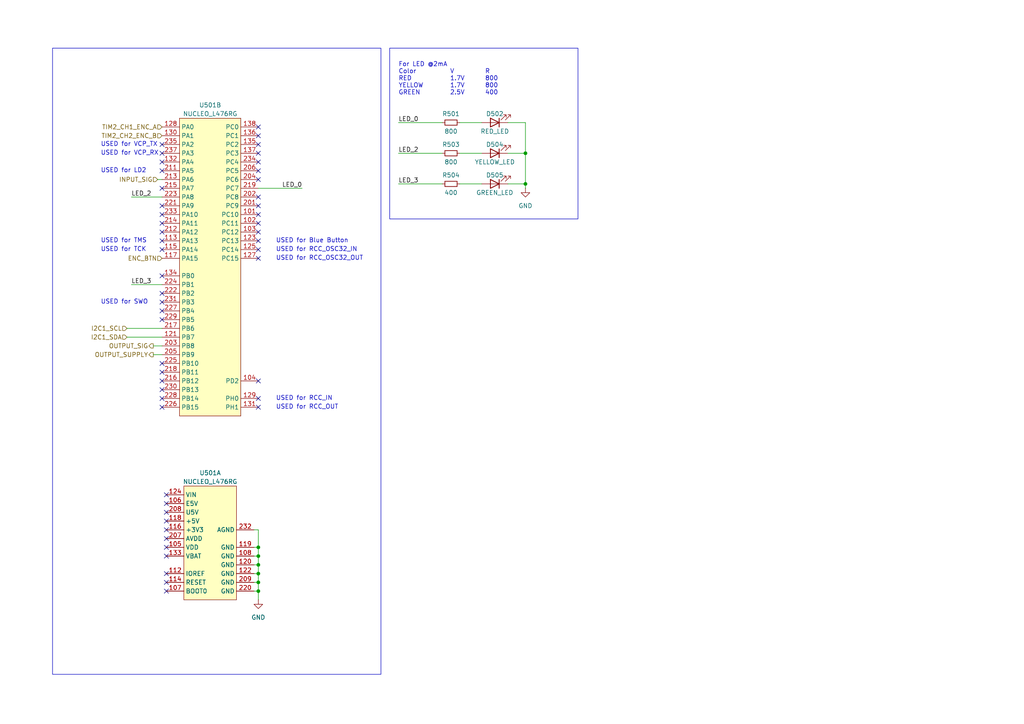
<source format=kicad_sch>
(kicad_sch
	(version 20231120)
	(generator "eeschema")
	(generator_version "8.0")
	(uuid "bb9a7f1c-e61b-426c-b2d3-e3cb7cb60cb8")
	(paper "A4")
	(lib_symbols
		(symbol "Device:LED"
			(pin_numbers hide)
			(pin_names
				(offset 1.016) hide)
			(exclude_from_sim no)
			(in_bom yes)
			(on_board yes)
			(property "Reference" "D"
				(at 0 2.54 0)
				(effects
					(font
						(size 1.27 1.27)
					)
				)
			)
			(property "Value" "LED"
				(at 0 -2.54 0)
				(effects
					(font
						(size 1.27 1.27)
					)
				)
			)
			(property "Footprint" ""
				(at 0 0 0)
				(effects
					(font
						(size 1.27 1.27)
					)
					(hide yes)
				)
			)
			(property "Datasheet" "~"
				(at 0 0 0)
				(effects
					(font
						(size 1.27 1.27)
					)
					(hide yes)
				)
			)
			(property "Description" "Light emitting diode"
				(at 0 0 0)
				(effects
					(font
						(size 1.27 1.27)
					)
					(hide yes)
				)
			)
			(property "ki_keywords" "LED diode"
				(at 0 0 0)
				(effects
					(font
						(size 1.27 1.27)
					)
					(hide yes)
				)
			)
			(property "ki_fp_filters" "LED* LED_SMD:* LED_THT:*"
				(at 0 0 0)
				(effects
					(font
						(size 1.27 1.27)
					)
					(hide yes)
				)
			)
			(symbol "LED_0_1"
				(polyline
					(pts
						(xy -1.27 -1.27) (xy -1.27 1.27)
					)
					(stroke
						(width 0.254)
						(type default)
					)
					(fill
						(type none)
					)
				)
				(polyline
					(pts
						(xy -1.27 0) (xy 1.27 0)
					)
					(stroke
						(width 0)
						(type default)
					)
					(fill
						(type none)
					)
				)
				(polyline
					(pts
						(xy 1.27 -1.27) (xy 1.27 1.27) (xy -1.27 0) (xy 1.27 -1.27)
					)
					(stroke
						(width 0.254)
						(type default)
					)
					(fill
						(type none)
					)
				)
				(polyline
					(pts
						(xy -3.048 -0.762) (xy -4.572 -2.286) (xy -3.81 -2.286) (xy -4.572 -2.286) (xy -4.572 -1.524)
					)
					(stroke
						(width 0)
						(type default)
					)
					(fill
						(type none)
					)
				)
				(polyline
					(pts
						(xy -1.778 -0.762) (xy -3.302 -2.286) (xy -2.54 -2.286) (xy -3.302 -2.286) (xy -3.302 -1.524)
					)
					(stroke
						(width 0)
						(type default)
					)
					(fill
						(type none)
					)
				)
			)
			(symbol "LED_1_1"
				(pin passive line
					(at -3.81 0 0)
					(length 2.54)
					(name "K"
						(effects
							(font
								(size 1.27 1.27)
							)
						)
					)
					(number "1"
						(effects
							(font
								(size 1.27 1.27)
							)
						)
					)
				)
				(pin passive line
					(at 3.81 0 180)
					(length 2.54)
					(name "A"
						(effects
							(font
								(size 1.27 1.27)
							)
						)
					)
					(number "2"
						(effects
							(font
								(size 1.27 1.27)
							)
						)
					)
				)
			)
		)
		(symbol "Device:R_Small"
			(pin_numbers hide)
			(pin_names
				(offset 0.254) hide)
			(exclude_from_sim no)
			(in_bom yes)
			(on_board yes)
			(property "Reference" "R"
				(at 0.762 0.508 0)
				(effects
					(font
						(size 1.27 1.27)
					)
					(justify left)
				)
			)
			(property "Value" "R_Small"
				(at 0.762 -1.016 0)
				(effects
					(font
						(size 1.27 1.27)
					)
					(justify left)
				)
			)
			(property "Footprint" ""
				(at 0 0 0)
				(effects
					(font
						(size 1.27 1.27)
					)
					(hide yes)
				)
			)
			(property "Datasheet" "~"
				(at 0 0 0)
				(effects
					(font
						(size 1.27 1.27)
					)
					(hide yes)
				)
			)
			(property "Description" "Resistor, small symbol"
				(at 0 0 0)
				(effects
					(font
						(size 1.27 1.27)
					)
					(hide yes)
				)
			)
			(property "ki_keywords" "R resistor"
				(at 0 0 0)
				(effects
					(font
						(size 1.27 1.27)
					)
					(hide yes)
				)
			)
			(property "ki_fp_filters" "R_*"
				(at 0 0 0)
				(effects
					(font
						(size 1.27 1.27)
					)
					(hide yes)
				)
			)
			(symbol "R_Small_0_1"
				(rectangle
					(start -0.762 1.778)
					(end 0.762 -1.778)
					(stroke
						(width 0.2032)
						(type default)
					)
					(fill
						(type none)
					)
				)
			)
			(symbol "R_Small_1_1"
				(pin passive line
					(at 0 2.54 270)
					(length 0.762)
					(name "~"
						(effects
							(font
								(size 1.27 1.27)
							)
						)
					)
					(number "1"
						(effects
							(font
								(size 1.27 1.27)
							)
						)
					)
				)
				(pin passive line
					(at 0 -2.54 90)
					(length 0.762)
					(name "~"
						(effects
							(font
								(size 1.27 1.27)
							)
						)
					)
					(number "2"
						(effects
							(font
								(size 1.27 1.27)
							)
						)
					)
				)
			)
		)
		(symbol "NUCLEO_L476RG_1"
			(exclude_from_sim no)
			(in_bom yes)
			(on_board yes)
			(property "Reference" "U"
				(at 0 46.99 0)
				(effects
					(font
						(size 1.27 1.27)
					)
				)
			)
			(property "Value" "NUCLEO_L476RG"
				(at 0 44.45 0)
				(effects
					(font
						(size 1.27 1.27)
					)
				)
			)
			(property "Footprint" ""
				(at 0 22.86 0)
				(effects
					(font
						(size 1.27 1.27)
					)
					(hide yes)
				)
			)
			(property "Datasheet" ""
				(at 0 22.86 0)
				(effects
					(font
						(size 1.27 1.27)
					)
					(hide yes)
				)
			)
			(property "Description" ""
				(at 0 0 0)
				(effects
					(font
						(size 1.27 1.27)
					)
					(hide yes)
				)
			)
			(property "ki_locked" ""
				(at 0 0 0)
				(effects
					(font
						(size 1.27 1.27)
					)
				)
			)
			(symbol "NUCLEO_L476RG_1_1_1"
				(rectangle
					(start -7.62 16.51)
					(end 7.62 -16.51)
					(stroke
						(width 0)
						(type default)
					)
					(fill
						(type background)
					)
				)
				(pin power_out line
					(at -12.7 -1.27 0)
					(length 5.08)
					(name "VDD"
						(effects
							(font
								(size 1.27 1.27)
							)
						)
					)
					(number "105"
						(effects
							(font
								(size 1.27 1.27)
							)
						)
					)
				)
				(pin power_out line
					(at -12.7 11.43 0)
					(length 5.08)
					(name "E5V"
						(effects
							(font
								(size 1.27 1.27)
							)
						)
					)
					(number "106"
						(effects
							(font
								(size 1.27 1.27)
							)
						)
					)
				)
				(pin bidirectional line
					(at -12.7 -13.97 0)
					(length 5.08)
					(name "BOOT0"
						(effects
							(font
								(size 1.27 1.27)
							)
						)
					)
					(number "107"
						(effects
							(font
								(size 1.27 1.27)
							)
						)
					)
				)
				(pin power_in line
					(at 12.7 -3.81 180)
					(length 5.08)
					(name "GND"
						(effects
							(font
								(size 1.27 1.27)
							)
						)
					)
					(number "108"
						(effects
							(font
								(size 1.27 1.27)
							)
						)
					)
				)
				(pin output line
					(at -12.7 -8.89 0)
					(length 5.08)
					(name "IOREF"
						(effects
							(font
								(size 1.27 1.27)
							)
						)
					)
					(number "112"
						(effects
							(font
								(size 1.27 1.27)
							)
						)
					)
				)
				(pin bidirectional line
					(at -12.7 -11.43 0)
					(length 5.08)
					(name "RESET"
						(effects
							(font
								(size 1.27 1.27)
							)
						)
					)
					(number "114"
						(effects
							(font
								(size 1.27 1.27)
							)
						)
					)
				)
				(pin power_out line
					(at -12.7 3.81 0)
					(length 5.08)
					(name "+3V3"
						(effects
							(font
								(size 1.27 1.27)
							)
						)
					)
					(number "116"
						(effects
							(font
								(size 1.27 1.27)
							)
						)
					)
				)
				(pin power_out line
					(at -12.7 6.35 0)
					(length 5.08)
					(name "+5V"
						(effects
							(font
								(size 1.27 1.27)
							)
						)
					)
					(number "118"
						(effects
							(font
								(size 1.27 1.27)
							)
						)
					)
				)
				(pin power_in line
					(at 12.7 -1.27 180)
					(length 5.08)
					(name "GND"
						(effects
							(font
								(size 1.27 1.27)
							)
						)
					)
					(number "119"
						(effects
							(font
								(size 1.27 1.27)
							)
						)
					)
				)
				(pin power_in line
					(at 12.7 -6.35 180)
					(length 5.08)
					(name "GND"
						(effects
							(font
								(size 1.27 1.27)
							)
						)
					)
					(number "120"
						(effects
							(font
								(size 1.27 1.27)
							)
						)
					)
				)
				(pin power_in line
					(at 12.7 -8.89 180)
					(length 5.08)
					(name "GND"
						(effects
							(font
								(size 1.27 1.27)
							)
						)
					)
					(number "122"
						(effects
							(font
								(size 1.27 1.27)
							)
						)
					)
				)
				(pin power_in line
					(at -12.7 13.97 0)
					(length 5.08)
					(name "VIN"
						(effects
							(font
								(size 1.27 1.27)
							)
						)
					)
					(number "124"
						(effects
							(font
								(size 1.27 1.27)
							)
						)
					)
				)
				(pin power_out line
					(at -12.7 -3.81 0)
					(length 5.08)
					(name "VBAT"
						(effects
							(font
								(size 1.27 1.27)
							)
						)
					)
					(number "133"
						(effects
							(font
								(size 1.27 1.27)
							)
						)
					)
				)
				(pin power_out line
					(at -12.7 1.27 0)
					(length 5.08)
					(name "AVDD"
						(effects
							(font
								(size 1.27 1.27)
							)
						)
					)
					(number "207"
						(effects
							(font
								(size 1.27 1.27)
							)
						)
					)
				)
				(pin power_out line
					(at -12.7 8.89 0)
					(length 5.08)
					(name "U5V"
						(effects
							(font
								(size 1.27 1.27)
							)
						)
					)
					(number "208"
						(effects
							(font
								(size 1.27 1.27)
							)
						)
					)
				)
				(pin power_in line
					(at 12.7 -11.43 180)
					(length 5.08)
					(name "GND"
						(effects
							(font
								(size 1.27 1.27)
							)
						)
					)
					(number "209"
						(effects
							(font
								(size 1.27 1.27)
							)
						)
					)
				)
				(pin power_in line
					(at 12.7 -13.97 180)
					(length 5.08)
					(name "GND"
						(effects
							(font
								(size 1.27 1.27)
							)
						)
					)
					(number "220"
						(effects
							(font
								(size 1.27 1.27)
							)
						)
					)
				)
				(pin power_in line
					(at 12.7 3.81 180)
					(length 5.08)
					(name "AGND"
						(effects
							(font
								(size 1.27 1.27)
							)
						)
					)
					(number "232"
						(effects
							(font
								(size 1.27 1.27)
							)
						)
					)
				)
			)
			(symbol "NUCLEO_L476RG_1_2_1"
				(rectangle
					(start -8.89 43.18)
					(end 8.89 -43.18)
					(stroke
						(width 0)
						(type default)
					)
					(fill
						(type background)
					)
				)
				(pin bidirectional line
					(at 13.97 15.24 180)
					(length 5.08)
					(name "PC10"
						(effects
							(font
								(size 1.27 1.27)
							)
						)
					)
					(number "101"
						(effects
							(font
								(size 1.27 1.27)
							)
						)
					)
				)
				(pin bidirectional line
					(at 13.97 12.7 180)
					(length 5.08)
					(name "PC11"
						(effects
							(font
								(size 1.27 1.27)
							)
						)
					)
					(number "102"
						(effects
							(font
								(size 1.27 1.27)
							)
						)
					)
				)
				(pin bidirectional line
					(at 13.97 10.16 180)
					(length 5.08)
					(name "PC12"
						(effects
							(font
								(size 1.27 1.27)
							)
						)
					)
					(number "103"
						(effects
							(font
								(size 1.27 1.27)
							)
						)
					)
				)
				(pin bidirectional line
					(at 13.97 -33.02 180)
					(length 5.08)
					(name "PD2"
						(effects
							(font
								(size 1.27 1.27)
							)
						)
					)
					(number "104"
						(effects
							(font
								(size 1.27 1.27)
							)
						)
					)
				)
				(pin no_connect line
					(at 13.97 -2.54 180)
					(length 5.08) hide
					(name "NC"
						(effects
							(font
								(size 1.27 1.27)
							)
						)
					)
					(number "109"
						(effects
							(font
								(size 1.27 1.27)
							)
						)
					)
				)
				(pin no_connect line
					(at 13.97 -5.08 180)
					(length 5.08) hide
					(name "NC"
						(effects
							(font
								(size 1.27 1.27)
							)
						)
					)
					(number "110"
						(effects
							(font
								(size 1.27 1.27)
							)
						)
					)
				)
				(pin no_connect line
					(at 13.97 -7.62 180)
					(length 5.08) hide
					(name "NC"
						(effects
							(font
								(size 1.27 1.27)
							)
						)
					)
					(number "111"
						(effects
							(font
								(size 1.27 1.27)
							)
						)
					)
				)
				(pin bidirectional line
					(at -13.97 7.62 0)
					(length 5.08)
					(name "PA13"
						(effects
							(font
								(size 1.27 1.27)
							)
						)
					)
					(number "113"
						(effects
							(font
								(size 1.27 1.27)
							)
						)
					)
				)
				(pin bidirectional line
					(at -13.97 5.08 0)
					(length 5.08)
					(name "PA14"
						(effects
							(font
								(size 1.27 1.27)
							)
						)
					)
					(number "115"
						(effects
							(font
								(size 1.27 1.27)
							)
						)
					)
				)
				(pin bidirectional line
					(at -13.97 2.54 0)
					(length 5.08)
					(name "PA15"
						(effects
							(font
								(size 1.27 1.27)
							)
						)
					)
					(number "117"
						(effects
							(font
								(size 1.27 1.27)
							)
						)
					)
				)
				(pin bidirectional line
					(at -13.97 -20.32 0)
					(length 5.08)
					(name "PB7"
						(effects
							(font
								(size 1.27 1.27)
							)
						)
					)
					(number "121"
						(effects
							(font
								(size 1.27 1.27)
							)
						)
					)
				)
				(pin bidirectional line
					(at 13.97 7.62 180)
					(length 5.08)
					(name "PC13"
						(effects
							(font
								(size 1.27 1.27)
							)
						)
					)
					(number "123"
						(effects
							(font
								(size 1.27 1.27)
							)
						)
					)
				)
				(pin bidirectional line
					(at 13.97 5.08 180)
					(length 5.08)
					(name "PC14"
						(effects
							(font
								(size 1.27 1.27)
							)
						)
					)
					(number "125"
						(effects
							(font
								(size 1.27 1.27)
							)
						)
					)
				)
				(pin no_connect line
					(at 13.97 -10.16 180)
					(length 5.08) hide
					(name "NC"
						(effects
							(font
								(size 1.27 1.27)
							)
						)
					)
					(number "126"
						(effects
							(font
								(size 1.27 1.27)
							)
						)
					)
				)
				(pin bidirectional line
					(at 13.97 2.54 180)
					(length 5.08)
					(name "PC15"
						(effects
							(font
								(size 1.27 1.27)
							)
						)
					)
					(number "127"
						(effects
							(font
								(size 1.27 1.27)
							)
						)
					)
				)
				(pin bidirectional line
					(at -13.97 40.64 0)
					(length 5.08)
					(name "PA0"
						(effects
							(font
								(size 1.27 1.27)
							)
						)
					)
					(number "128"
						(effects
							(font
								(size 1.27 1.27)
							)
						)
					)
				)
				(pin bidirectional line
					(at 13.97 -38.1 180)
					(length 5.08)
					(name "PH0"
						(effects
							(font
								(size 1.27 1.27)
							)
						)
					)
					(number "129"
						(effects
							(font
								(size 1.27 1.27)
							)
						)
					)
				)
				(pin bidirectional line
					(at -13.97 38.1 0)
					(length 5.08)
					(name "PA1"
						(effects
							(font
								(size 1.27 1.27)
							)
						)
					)
					(number "130"
						(effects
							(font
								(size 1.27 1.27)
							)
						)
					)
				)
				(pin bidirectional line
					(at 13.97 -40.64 180)
					(length 5.08)
					(name "PH1"
						(effects
							(font
								(size 1.27 1.27)
							)
						)
					)
					(number "131"
						(effects
							(font
								(size 1.27 1.27)
							)
						)
					)
				)
				(pin bidirectional line
					(at -13.97 30.48 0)
					(length 5.08)
					(name "PA4"
						(effects
							(font
								(size 1.27 1.27)
							)
						)
					)
					(number "132"
						(effects
							(font
								(size 1.27 1.27)
							)
						)
					)
				)
				(pin bidirectional line
					(at -13.97 -2.54 0)
					(length 5.08)
					(name "PB0"
						(effects
							(font
								(size 1.27 1.27)
							)
						)
					)
					(number "134"
						(effects
							(font
								(size 1.27 1.27)
							)
						)
					)
				)
				(pin bidirectional line
					(at 13.97 35.56 180)
					(length 5.08)
					(name "PC2"
						(effects
							(font
								(size 1.27 1.27)
							)
						)
					)
					(number "135"
						(effects
							(font
								(size 1.27 1.27)
							)
						)
					)
				)
				(pin bidirectional line
					(at 13.97 38.1 180)
					(length 5.08)
					(name "PC1"
						(effects
							(font
								(size 1.27 1.27)
							)
						)
					)
					(number "136"
						(effects
							(font
								(size 1.27 1.27)
							)
						)
					)
				)
				(pin bidirectional line
					(at 13.97 33.02 180)
					(length 5.08)
					(name "PC3"
						(effects
							(font
								(size 1.27 1.27)
							)
						)
					)
					(number "137"
						(effects
							(font
								(size 1.27 1.27)
							)
						)
					)
				)
				(pin bidirectional line
					(at 13.97 40.64 180)
					(length 5.08)
					(name "PC0"
						(effects
							(font
								(size 1.27 1.27)
							)
						)
					)
					(number "138"
						(effects
							(font
								(size 1.27 1.27)
							)
						)
					)
				)
				(pin bidirectional line
					(at 13.97 17.78 180)
					(length 5.08)
					(name "PC9"
						(effects
							(font
								(size 1.27 1.27)
							)
						)
					)
					(number "201"
						(effects
							(font
								(size 1.27 1.27)
							)
						)
					)
				)
				(pin bidirectional line
					(at 13.97 20.32 180)
					(length 5.08)
					(name "PC8"
						(effects
							(font
								(size 1.27 1.27)
							)
						)
					)
					(number "202"
						(effects
							(font
								(size 1.27 1.27)
							)
						)
					)
				)
				(pin bidirectional line
					(at -13.97 -22.86 0)
					(length 5.08)
					(name "PB8"
						(effects
							(font
								(size 1.27 1.27)
							)
						)
					)
					(number "203"
						(effects
							(font
								(size 1.27 1.27)
							)
						)
					)
				)
				(pin bidirectional line
					(at 13.97 25.4 180)
					(length 5.08)
					(name "PC6"
						(effects
							(font
								(size 1.27 1.27)
							)
						)
					)
					(number "204"
						(effects
							(font
								(size 1.27 1.27)
							)
						)
					)
				)
				(pin bidirectional line
					(at -13.97 -25.4 0)
					(length 5.08)
					(name "PB9"
						(effects
							(font
								(size 1.27 1.27)
							)
						)
					)
					(number "205"
						(effects
							(font
								(size 1.27 1.27)
							)
						)
					)
				)
				(pin bidirectional line
					(at 13.97 27.94 180)
					(length 5.08)
					(name "PC5"
						(effects
							(font
								(size 1.27 1.27)
							)
						)
					)
					(number "206"
						(effects
							(font
								(size 1.27 1.27)
							)
						)
					)
				)
				(pin no_connect line
					(at 13.97 -12.7 180)
					(length 5.08) hide
					(name "NC"
						(effects
							(font
								(size 1.27 1.27)
							)
						)
					)
					(number "210"
						(effects
							(font
								(size 1.27 1.27)
							)
						)
					)
				)
				(pin bidirectional line
					(at -13.97 27.94 0)
					(length 5.08)
					(name "PA5"
						(effects
							(font
								(size 1.27 1.27)
							)
						)
					)
					(number "211"
						(effects
							(font
								(size 1.27 1.27)
							)
						)
					)
				)
				(pin bidirectional line
					(at -13.97 10.16 0)
					(length 5.08)
					(name "PA12"
						(effects
							(font
								(size 1.27 1.27)
							)
						)
					)
					(number "212"
						(effects
							(font
								(size 1.27 1.27)
							)
						)
					)
				)
				(pin bidirectional line
					(at -13.97 25.4 0)
					(length 5.08)
					(name "PA6"
						(effects
							(font
								(size 1.27 1.27)
							)
						)
					)
					(number "213"
						(effects
							(font
								(size 1.27 1.27)
							)
						)
					)
				)
				(pin bidirectional line
					(at -13.97 12.7 0)
					(length 5.08)
					(name "PA11"
						(effects
							(font
								(size 1.27 1.27)
							)
						)
					)
					(number "214"
						(effects
							(font
								(size 1.27 1.27)
							)
						)
					)
				)
				(pin bidirectional line
					(at -13.97 22.86 0)
					(length 5.08)
					(name "PA7"
						(effects
							(font
								(size 1.27 1.27)
							)
						)
					)
					(number "215"
						(effects
							(font
								(size 1.27 1.27)
							)
						)
					)
				)
				(pin bidirectional line
					(at -13.97 -33.02 0)
					(length 5.08)
					(name "PB12"
						(effects
							(font
								(size 1.27 1.27)
							)
						)
					)
					(number "216"
						(effects
							(font
								(size 1.27 1.27)
							)
						)
					)
				)
				(pin bidirectional line
					(at -13.97 -17.78 0)
					(length 5.08)
					(name "PB6"
						(effects
							(font
								(size 1.27 1.27)
							)
						)
					)
					(number "217"
						(effects
							(font
								(size 1.27 1.27)
							)
						)
					)
				)
				(pin bidirectional line
					(at -13.97 -30.48 0)
					(length 5.08)
					(name "PB11"
						(effects
							(font
								(size 1.27 1.27)
							)
						)
					)
					(number "218"
						(effects
							(font
								(size 1.27 1.27)
							)
						)
					)
				)
				(pin bidirectional line
					(at 13.97 22.86 180)
					(length 5.08)
					(name "PC7"
						(effects
							(font
								(size 1.27 1.27)
							)
						)
					)
					(number "219"
						(effects
							(font
								(size 1.27 1.27)
							)
						)
					)
				)
				(pin bidirectional line
					(at -13.97 17.78 0)
					(length 5.08)
					(name "PA9"
						(effects
							(font
								(size 1.27 1.27)
							)
						)
					)
					(number "221"
						(effects
							(font
								(size 1.27 1.27)
							)
						)
					)
				)
				(pin bidirectional line
					(at -13.97 -7.62 0)
					(length 5.08)
					(name "PB2"
						(effects
							(font
								(size 1.27 1.27)
							)
						)
					)
					(number "222"
						(effects
							(font
								(size 1.27 1.27)
							)
						)
					)
				)
				(pin bidirectional line
					(at -13.97 20.32 0)
					(length 5.08)
					(name "PA8"
						(effects
							(font
								(size 1.27 1.27)
							)
						)
					)
					(number "223"
						(effects
							(font
								(size 1.27 1.27)
							)
						)
					)
				)
				(pin bidirectional line
					(at -13.97 -5.08 0)
					(length 5.08)
					(name "PB1"
						(effects
							(font
								(size 1.27 1.27)
							)
						)
					)
					(number "224"
						(effects
							(font
								(size 1.27 1.27)
							)
						)
					)
				)
				(pin bidirectional line
					(at -13.97 -27.94 0)
					(length 5.08)
					(name "PB10"
						(effects
							(font
								(size 1.27 1.27)
							)
						)
					)
					(number "225"
						(effects
							(font
								(size 1.27 1.27)
							)
						)
					)
				)
				(pin bidirectional line
					(at -13.97 -40.64 0)
					(length 5.08)
					(name "PB15"
						(effects
							(font
								(size 1.27 1.27)
							)
						)
					)
					(number "226"
						(effects
							(font
								(size 1.27 1.27)
							)
						)
					)
				)
				(pin bidirectional line
					(at -13.97 -12.7 0)
					(length 5.08)
					(name "PB4"
						(effects
							(font
								(size 1.27 1.27)
							)
						)
					)
					(number "227"
						(effects
							(font
								(size 1.27 1.27)
							)
						)
					)
				)
				(pin bidirectional line
					(at -13.97 -38.1 0)
					(length 5.08)
					(name "PB14"
						(effects
							(font
								(size 1.27 1.27)
							)
						)
					)
					(number "228"
						(effects
							(font
								(size 1.27 1.27)
							)
						)
					)
				)
				(pin bidirectional line
					(at -13.97 -15.24 0)
					(length 5.08)
					(name "PB5"
						(effects
							(font
								(size 1.27 1.27)
							)
						)
					)
					(number "229"
						(effects
							(font
								(size 1.27 1.27)
							)
						)
					)
				)
				(pin bidirectional line
					(at -13.97 -35.56 0)
					(length 5.08)
					(name "PB13"
						(effects
							(font
								(size 1.27 1.27)
							)
						)
					)
					(number "230"
						(effects
							(font
								(size 1.27 1.27)
							)
						)
					)
				)
				(pin bidirectional line
					(at -13.97 -10.16 0)
					(length 5.08)
					(name "PB3"
						(effects
							(font
								(size 1.27 1.27)
							)
						)
					)
					(number "231"
						(effects
							(font
								(size 1.27 1.27)
							)
						)
					)
				)
				(pin bidirectional line
					(at -13.97 15.24 0)
					(length 5.08)
					(name "PA10"
						(effects
							(font
								(size 1.27 1.27)
							)
						)
					)
					(number "233"
						(effects
							(font
								(size 1.27 1.27)
							)
						)
					)
				)
				(pin bidirectional line
					(at 13.97 30.48 180)
					(length 5.08)
					(name "PC4"
						(effects
							(font
								(size 1.27 1.27)
							)
						)
					)
					(number "234"
						(effects
							(font
								(size 1.27 1.27)
							)
						)
					)
				)
				(pin bidirectional line
					(at -13.97 35.56 0)
					(length 5.08)
					(name "PA2"
						(effects
							(font
								(size 1.27 1.27)
							)
						)
					)
					(number "235"
						(effects
							(font
								(size 1.27 1.27)
							)
						)
					)
				)
				(pin no_connect line
					(at 13.97 -15.24 180)
					(length 5.08) hide
					(name "NC"
						(effects
							(font
								(size 1.27 1.27)
							)
						)
					)
					(number "236"
						(effects
							(font
								(size 1.27 1.27)
							)
						)
					)
				)
				(pin bidirectional line
					(at -13.97 33.02 0)
					(length 5.08)
					(name "PA3"
						(effects
							(font
								(size 1.27 1.27)
							)
						)
					)
					(number "237"
						(effects
							(font
								(size 1.27 1.27)
							)
						)
					)
				)
				(pin no_connect line
					(at 13.97 -17.78 180)
					(length 5.08) hide
					(name "NC"
						(effects
							(font
								(size 1.27 1.27)
							)
						)
					)
					(number "238"
						(effects
							(font
								(size 1.27 1.27)
							)
						)
					)
				)
			)
		)
		(symbol "WITNS_ST:NUCLEO_L476RG"
			(exclude_from_sim no)
			(in_bom yes)
			(on_board yes)
			(property "Reference" "U"
				(at 0 44.45 0)
				(effects
					(font
						(size 1.27 1.27)
					)
				)
			)
			(property "Value" "NUCLEO_L476RG"
				(at 0 22.86 0)
				(effects
					(font
						(size 1.27 1.27)
					)
				)
			)
			(property "Footprint" ""
				(at 0 22.86 0)
				(effects
					(font
						(size 1.27 1.27)
					)
					(hide yes)
				)
			)
			(property "Datasheet" ""
				(at 0 22.86 0)
				(effects
					(font
						(size 1.27 1.27)
					)
					(hide yes)
				)
			)
			(property "Description" ""
				(at 0 0 0)
				(effects
					(font
						(size 1.27 1.27)
					)
					(hide yes)
				)
			)
			(property "ki_locked" ""
				(at 0 0 0)
				(effects
					(font
						(size 1.27 1.27)
					)
				)
			)
			(symbol "NUCLEO_L476RG_1_1"
				(rectangle
					(start -7.62 16.51)
					(end 7.62 -16.51)
					(stroke
						(width 0)
						(type default)
					)
					(fill
						(type background)
					)
				)
				(pin power_out line
					(at -12.7 -1.27 0)
					(length 5.08)
					(name "VDD"
						(effects
							(font
								(size 1.27 1.27)
							)
						)
					)
					(number "105"
						(effects
							(font
								(size 1.27 1.27)
							)
						)
					)
				)
				(pin power_out line
					(at -12.7 11.43 0)
					(length 5.08)
					(name "E5V"
						(effects
							(font
								(size 1.27 1.27)
							)
						)
					)
					(number "106"
						(effects
							(font
								(size 1.27 1.27)
							)
						)
					)
				)
				(pin bidirectional line
					(at -12.7 -13.97 0)
					(length 5.08)
					(name "BOOT0"
						(effects
							(font
								(size 1.27 1.27)
							)
						)
					)
					(number "107"
						(effects
							(font
								(size 1.27 1.27)
							)
						)
					)
				)
				(pin power_in line
					(at 12.7 -3.81 180)
					(length 5.08)
					(name "GND"
						(effects
							(font
								(size 1.27 1.27)
							)
						)
					)
					(number "108"
						(effects
							(font
								(size 1.27 1.27)
							)
						)
					)
				)
				(pin output line
					(at -12.7 -8.89 0)
					(length 5.08)
					(name "IOREF"
						(effects
							(font
								(size 1.27 1.27)
							)
						)
					)
					(number "112"
						(effects
							(font
								(size 1.27 1.27)
							)
						)
					)
				)
				(pin bidirectional line
					(at -12.7 -11.43 0)
					(length 5.08)
					(name "RESET"
						(effects
							(font
								(size 1.27 1.27)
							)
						)
					)
					(number "114"
						(effects
							(font
								(size 1.27 1.27)
							)
						)
					)
				)
				(pin power_out line
					(at -12.7 3.81 0)
					(length 5.08)
					(name "+3V3"
						(effects
							(font
								(size 1.27 1.27)
							)
						)
					)
					(number "116"
						(effects
							(font
								(size 1.27 1.27)
							)
						)
					)
				)
				(pin power_out line
					(at -12.7 6.35 0)
					(length 5.08)
					(name "+5V"
						(effects
							(font
								(size 1.27 1.27)
							)
						)
					)
					(number "118"
						(effects
							(font
								(size 1.27 1.27)
							)
						)
					)
				)
				(pin power_in line
					(at 12.7 -1.27 180)
					(length 5.08)
					(name "GND"
						(effects
							(font
								(size 1.27 1.27)
							)
						)
					)
					(number "119"
						(effects
							(font
								(size 1.27 1.27)
							)
						)
					)
				)
				(pin power_in line
					(at 12.7 -6.35 180)
					(length 5.08)
					(name "GND"
						(effects
							(font
								(size 1.27 1.27)
							)
						)
					)
					(number "120"
						(effects
							(font
								(size 1.27 1.27)
							)
						)
					)
				)
				(pin power_in line
					(at 12.7 -8.89 180)
					(length 5.08)
					(name "GND"
						(effects
							(font
								(size 1.27 1.27)
							)
						)
					)
					(number "122"
						(effects
							(font
								(size 1.27 1.27)
							)
						)
					)
				)
				(pin power_in line
					(at -12.7 13.97 0)
					(length 5.08)
					(name "VIN"
						(effects
							(font
								(size 1.27 1.27)
							)
						)
					)
					(number "124"
						(effects
							(font
								(size 1.27 1.27)
							)
						)
					)
				)
				(pin power_out line
					(at -12.7 -3.81 0)
					(length 5.08)
					(name "VBAT"
						(effects
							(font
								(size 1.27 1.27)
							)
						)
					)
					(number "133"
						(effects
							(font
								(size 1.27 1.27)
							)
						)
					)
				)
				(pin power_out line
					(at -12.7 1.27 0)
					(length 5.08)
					(name "AVDD"
						(effects
							(font
								(size 1.27 1.27)
							)
						)
					)
					(number "207"
						(effects
							(font
								(size 1.27 1.27)
							)
						)
					)
				)
				(pin power_out line
					(at -12.7 8.89 0)
					(length 5.08)
					(name "U5V"
						(effects
							(font
								(size 1.27 1.27)
							)
						)
					)
					(number "208"
						(effects
							(font
								(size 1.27 1.27)
							)
						)
					)
				)
				(pin power_in line
					(at 12.7 -11.43 180)
					(length 5.08)
					(name "GND"
						(effects
							(font
								(size 1.27 1.27)
							)
						)
					)
					(number "209"
						(effects
							(font
								(size 1.27 1.27)
							)
						)
					)
				)
				(pin power_in line
					(at 12.7 -13.97 180)
					(length 5.08)
					(name "GND"
						(effects
							(font
								(size 1.27 1.27)
							)
						)
					)
					(number "220"
						(effects
							(font
								(size 1.27 1.27)
							)
						)
					)
				)
				(pin power_in line
					(at 12.7 3.81 180)
					(length 5.08)
					(name "AGND"
						(effects
							(font
								(size 1.27 1.27)
							)
						)
					)
					(number "232"
						(effects
							(font
								(size 1.27 1.27)
							)
						)
					)
				)
			)
			(symbol "NUCLEO_L476RG_2_1"
				(rectangle
					(start -8.89 43.18)
					(end 8.89 -43.18)
					(stroke
						(width 0)
						(type default)
					)
					(fill
						(type background)
					)
				)
				(pin bidirectional line
					(at 13.97 15.24 180)
					(length 5.08)
					(name "PC10"
						(effects
							(font
								(size 1.27 1.27)
							)
						)
					)
					(number "101"
						(effects
							(font
								(size 1.27 1.27)
							)
						)
					)
				)
				(pin bidirectional line
					(at 13.97 12.7 180)
					(length 5.08)
					(name "PC11"
						(effects
							(font
								(size 1.27 1.27)
							)
						)
					)
					(number "102"
						(effects
							(font
								(size 1.27 1.27)
							)
						)
					)
				)
				(pin bidirectional line
					(at 13.97 10.16 180)
					(length 5.08)
					(name "PC12"
						(effects
							(font
								(size 1.27 1.27)
							)
						)
					)
					(number "103"
						(effects
							(font
								(size 1.27 1.27)
							)
						)
					)
				)
				(pin bidirectional line
					(at 13.97 -33.02 180)
					(length 5.08)
					(name "PD2"
						(effects
							(font
								(size 1.27 1.27)
							)
						)
					)
					(number "104"
						(effects
							(font
								(size 1.27 1.27)
							)
						)
					)
				)
				(pin no_connect line
					(at 13.97 -2.54 180)
					(length 5.08) hide
					(name "NC"
						(effects
							(font
								(size 1.27 1.27)
							)
						)
					)
					(number "109"
						(effects
							(font
								(size 1.27 1.27)
							)
						)
					)
				)
				(pin no_connect line
					(at 13.97 -5.08 180)
					(length 5.08) hide
					(name "NC"
						(effects
							(font
								(size 1.27 1.27)
							)
						)
					)
					(number "110"
						(effects
							(font
								(size 1.27 1.27)
							)
						)
					)
				)
				(pin no_connect line
					(at 13.97 -7.62 180)
					(length 5.08) hide
					(name "NC"
						(effects
							(font
								(size 1.27 1.27)
							)
						)
					)
					(number "111"
						(effects
							(font
								(size 1.27 1.27)
							)
						)
					)
				)
				(pin bidirectional line
					(at -13.8929 7.6344 0)
					(length 5.08)
					(name "PA13"
						(effects
							(font
								(size 1.27 1.27)
							)
						)
					)
					(number "113"
						(effects
							(font
								(size 1.27 1.27)
							)
						)
					)
				)
				(pin bidirectional line
					(at -13.8929 5.0944 0)
					(length 5.08)
					(name "PA14"
						(effects
							(font
								(size 1.27 1.27)
							)
						)
					)
					(number "115"
						(effects
							(font
								(size 1.27 1.27)
							)
						)
					)
				)
				(pin bidirectional line
					(at -13.8929 2.5544 0)
					(length 5.08)
					(name "PA15"
						(effects
							(font
								(size 1.27 1.27)
							)
						)
					)
					(number "117"
						(effects
							(font
								(size 1.27 1.27)
							)
						)
					)
				)
				(pin bidirectional line
					(at -13.97 -20.32 0)
					(length 5.08)
					(name "PB7"
						(effects
							(font
								(size 1.27 1.27)
							)
						)
					)
					(number "121"
						(effects
							(font
								(size 1.27 1.27)
							)
						)
					)
				)
				(pin bidirectional line
					(at 13.97 7.62 180)
					(length 5.08)
					(name "PC13"
						(effects
							(font
								(size 1.27 1.27)
							)
						)
					)
					(number "123"
						(effects
							(font
								(size 1.27 1.27)
							)
						)
					)
				)
				(pin bidirectional line
					(at 13.97 5.08 180)
					(length 5.08)
					(name "PC14"
						(effects
							(font
								(size 1.27 1.27)
							)
						)
					)
					(number "125"
						(effects
							(font
								(size 1.27 1.27)
							)
						)
					)
				)
				(pin no_connect line
					(at 13.97 -10.16 180)
					(length 5.08) hide
					(name "NC"
						(effects
							(font
								(size 1.27 1.27)
							)
						)
					)
					(number "126"
						(effects
							(font
								(size 1.27 1.27)
							)
						)
					)
				)
				(pin bidirectional line
					(at 13.97 2.54 180)
					(length 5.08)
					(name "PC15"
						(effects
							(font
								(size 1.27 1.27)
							)
						)
					)
					(number "127"
						(effects
							(font
								(size 1.27 1.27)
							)
						)
					)
				)
				(pin bidirectional line
					(at -13.8929 40.6544 0)
					(length 5.08)
					(name "PA0"
						(effects
							(font
								(size 1.27 1.27)
							)
						)
					)
					(number "128"
						(effects
							(font
								(size 1.27 1.27)
							)
						)
					)
				)
				(pin bidirectional line
					(at 13.97 -38.1 180)
					(length 5.08)
					(name "PH0"
						(effects
							(font
								(size 1.27 1.27)
							)
						)
					)
					(number "129"
						(effects
							(font
								(size 1.27 1.27)
							)
						)
					)
				)
				(pin bidirectional line
					(at -13.8929 38.1144 0)
					(length 5.08)
					(name "PA1"
						(effects
							(font
								(size 1.27 1.27)
							)
						)
					)
					(number "130"
						(effects
							(font
								(size 1.27 1.27)
							)
						)
					)
				)
				(pin bidirectional line
					(at 13.97 -40.64 180)
					(length 5.08)
					(name "PH1"
						(effects
							(font
								(size 1.27 1.27)
							)
						)
					)
					(number "131"
						(effects
							(font
								(size 1.27 1.27)
							)
						)
					)
				)
				(pin bidirectional line
					(at -13.8929 30.4944 0)
					(length 5.08)
					(name "PA4"
						(effects
							(font
								(size 1.27 1.27)
							)
						)
					)
					(number "132"
						(effects
							(font
								(size 1.27 1.27)
							)
						)
					)
				)
				(pin bidirectional line
					(at -13.97 -2.54 0)
					(length 5.08)
					(name "PB0"
						(effects
							(font
								(size 1.27 1.27)
							)
						)
					)
					(number "134"
						(effects
							(font
								(size 1.27 1.27)
							)
						)
					)
				)
				(pin bidirectional line
					(at 13.97 35.56 180)
					(length 5.08)
					(name "PC2"
						(effects
							(font
								(size 1.27 1.27)
							)
						)
					)
					(number "135"
						(effects
							(font
								(size 1.27 1.27)
							)
						)
					)
				)
				(pin bidirectional line
					(at 13.97 38.1 180)
					(length 5.08)
					(name "PC1"
						(effects
							(font
								(size 1.27 1.27)
							)
						)
					)
					(number "136"
						(effects
							(font
								(size 1.27 1.27)
							)
						)
					)
				)
				(pin bidirectional line
					(at 13.97 33.02 180)
					(length 5.08)
					(name "PC3"
						(effects
							(font
								(size 1.27 1.27)
							)
						)
					)
					(number "137"
						(effects
							(font
								(size 1.27 1.27)
							)
						)
					)
				)
				(pin bidirectional line
					(at 13.97 40.64 180)
					(length 5.08)
					(name "PC0"
						(effects
							(font
								(size 1.27 1.27)
							)
						)
					)
					(number "138"
						(effects
							(font
								(size 1.27 1.27)
							)
						)
					)
				)
				(pin bidirectional line
					(at 13.97 17.78 180)
					(length 5.08)
					(name "PC9"
						(effects
							(font
								(size 1.27 1.27)
							)
						)
					)
					(number "201"
						(effects
							(font
								(size 1.27 1.27)
							)
						)
					)
				)
				(pin bidirectional line
					(at 13.97 20.32 180)
					(length 5.08)
					(name "PC8"
						(effects
							(font
								(size 1.27 1.27)
							)
						)
					)
					(number "202"
						(effects
							(font
								(size 1.27 1.27)
							)
						)
					)
				)
				(pin bidirectional line
					(at -13.97 -22.86 0)
					(length 5.08)
					(name "PB8"
						(effects
							(font
								(size 1.27 1.27)
							)
						)
					)
					(number "203"
						(effects
							(font
								(size 1.27 1.27)
							)
						)
					)
				)
				(pin bidirectional line
					(at 13.97 25.4 180)
					(length 5.08)
					(name "PC6"
						(effects
							(font
								(size 1.27 1.27)
							)
						)
					)
					(number "204"
						(effects
							(font
								(size 1.27 1.27)
							)
						)
					)
				)
				(pin bidirectional line
					(at -13.97 -25.4 0)
					(length 5.08)
					(name "PB9"
						(effects
							(font
								(size 1.27 1.27)
							)
						)
					)
					(number "205"
						(effects
							(font
								(size 1.27 1.27)
							)
						)
					)
				)
				(pin bidirectional line
					(at 13.97 27.94 180)
					(length 5.08)
					(name "PC5"
						(effects
							(font
								(size 1.27 1.27)
							)
						)
					)
					(number "206"
						(effects
							(font
								(size 1.27 1.27)
							)
						)
					)
				)
				(pin no_connect line
					(at 13.97 -12.7 180)
					(length 5.08) hide
					(name "NC"
						(effects
							(font
								(size 1.27 1.27)
							)
						)
					)
					(number "210"
						(effects
							(font
								(size 1.27 1.27)
							)
						)
					)
				)
				(pin bidirectional line
					(at -13.8929 27.9544 0)
					(length 5.08)
					(name "PA5"
						(effects
							(font
								(size 1.27 1.27)
							)
						)
					)
					(number "211"
						(effects
							(font
								(size 1.27 1.27)
							)
						)
					)
				)
				(pin bidirectional line
					(at -13.8929 10.1744 0)
					(length 5.08)
					(name "PA12"
						(effects
							(font
								(size 1.27 1.27)
							)
						)
					)
					(number "212"
						(effects
							(font
								(size 1.27 1.27)
							)
						)
					)
				)
				(pin bidirectional line
					(at -13.8929 25.4144 0)
					(length 5.08)
					(name "PA6"
						(effects
							(font
								(size 1.27 1.27)
							)
						)
					)
					(number "213"
						(effects
							(font
								(size 1.27 1.27)
							)
						)
					)
				)
				(pin bidirectional line
					(at -13.8929 12.7144 0)
					(length 5.08)
					(name "PA11"
						(effects
							(font
								(size 1.27 1.27)
							)
						)
					)
					(number "214"
						(effects
							(font
								(size 1.27 1.27)
							)
						)
					)
				)
				(pin bidirectional line
					(at -13.8929 22.8744 0)
					(length 5.08)
					(name "PA7"
						(effects
							(font
								(size 1.27 1.27)
							)
						)
					)
					(number "215"
						(effects
							(font
								(size 1.27 1.27)
							)
						)
					)
				)
				(pin bidirectional line
					(at -13.97 -33.02 0)
					(length 5.08)
					(name "PB12"
						(effects
							(font
								(size 1.27 1.27)
							)
						)
					)
					(number "216"
						(effects
							(font
								(size 1.27 1.27)
							)
						)
					)
				)
				(pin bidirectional line
					(at -13.97 -17.78 0)
					(length 5.08)
					(name "PB6"
						(effects
							(font
								(size 1.27 1.27)
							)
						)
					)
					(number "217"
						(effects
							(font
								(size 1.27 1.27)
							)
						)
					)
				)
				(pin bidirectional line
					(at -13.97 -30.48 0)
					(length 5.08)
					(name "PB11"
						(effects
							(font
								(size 1.27 1.27)
							)
						)
					)
					(number "218"
						(effects
							(font
								(size 1.27 1.27)
							)
						)
					)
				)
				(pin bidirectional line
					(at 13.97 22.86 180)
					(length 5.08)
					(name "PC7"
						(effects
							(font
								(size 1.27 1.27)
							)
						)
					)
					(number "219"
						(effects
							(font
								(size 1.27 1.27)
							)
						)
					)
				)
				(pin bidirectional line
					(at -13.8929 17.7944 0)
					(length 5.08)
					(name "PA9"
						(effects
							(font
								(size 1.27 1.27)
							)
						)
					)
					(number "221"
						(effects
							(font
								(size 1.27 1.27)
							)
						)
					)
				)
				(pin bidirectional line
					(at -13.97 -7.62 0)
					(length 5.08)
					(name "PB2"
						(effects
							(font
								(size 1.27 1.27)
							)
						)
					)
					(number "222"
						(effects
							(font
								(size 1.27 1.27)
							)
						)
					)
				)
				(pin bidirectional line
					(at -13.8929 20.3344 0)
					(length 5.08)
					(name "PA8"
						(effects
							(font
								(size 1.27 1.27)
							)
						)
					)
					(number "223"
						(effects
							(font
								(size 1.27 1.27)
							)
						)
					)
				)
				(pin bidirectional line
					(at -13.97 -5.08 0)
					(length 5.08)
					(name "PB1"
						(effects
							(font
								(size 1.27 1.27)
							)
						)
					)
					(number "224"
						(effects
							(font
								(size 1.27 1.27)
							)
						)
					)
				)
				(pin bidirectional line
					(at -13.97 -27.94 0)
					(length 5.08)
					(name "PB10"
						(effects
							(font
								(size 1.27 1.27)
							)
						)
					)
					(number "225"
						(effects
							(font
								(size 1.27 1.27)
							)
						)
					)
				)
				(pin bidirectional line
					(at -13.97 -40.64 0)
					(length 5.08)
					(name "PB15"
						(effects
							(font
								(size 1.27 1.27)
							)
						)
					)
					(number "226"
						(effects
							(font
								(size 1.27 1.27)
							)
						)
					)
				)
				(pin bidirectional line
					(at -13.97 -12.7 0)
					(length 5.08)
					(name "PB4"
						(effects
							(font
								(size 1.27 1.27)
							)
						)
					)
					(number "227"
						(effects
							(font
								(size 1.27 1.27)
							)
						)
					)
				)
				(pin bidirectional line
					(at -13.97 -38.1 0)
					(length 5.08)
					(name "PB14"
						(effects
							(font
								(size 1.27 1.27)
							)
						)
					)
					(number "228"
						(effects
							(font
								(size 1.27 1.27)
							)
						)
					)
				)
				(pin bidirectional line
					(at -13.97 -15.24 0)
					(length 5.08)
					(name "PB5"
						(effects
							(font
								(size 1.27 1.27)
							)
						)
					)
					(number "229"
						(effects
							(font
								(size 1.27 1.27)
							)
						)
					)
				)
				(pin bidirectional line
					(at -13.97 -35.56 0)
					(length 5.08)
					(name "PB13"
						(effects
							(font
								(size 1.27 1.27)
							)
						)
					)
					(number "230"
						(effects
							(font
								(size 1.27 1.27)
							)
						)
					)
				)
				(pin bidirectional line
					(at -13.97 -10.16 0)
					(length 5.08)
					(name "PB3"
						(effects
							(font
								(size 1.27 1.27)
							)
						)
					)
					(number "231"
						(effects
							(font
								(size 1.27 1.27)
							)
						)
					)
				)
				(pin bidirectional line
					(at -13.8929 15.2544 0)
					(length 5.08)
					(name "PA10"
						(effects
							(font
								(size 1.27 1.27)
							)
						)
					)
					(number "233"
						(effects
							(font
								(size 1.27 1.27)
							)
						)
					)
				)
				(pin bidirectional line
					(at 13.97 30.48 180)
					(length 5.08)
					(name "PC4"
						(effects
							(font
								(size 1.27 1.27)
							)
						)
					)
					(number "234"
						(effects
							(font
								(size 1.27 1.27)
							)
						)
					)
				)
				(pin bidirectional line
					(at -13.97 35.56 0)
					(length 5.08)
					(name "PA2"
						(effects
							(font
								(size 1.27 1.27)
							)
						)
					)
					(number "235"
						(effects
							(font
								(size 1.27 1.27)
							)
						)
					)
				)
				(pin no_connect line
					(at 13.97 -15.24 180)
					(length 5.08) hide
					(name "NC"
						(effects
							(font
								(size 1.27 1.27)
							)
						)
					)
					(number "236"
						(effects
							(font
								(size 1.27 1.27)
							)
						)
					)
				)
				(pin bidirectional line
					(at -13.8929 33.0344 0)
					(length 5.08)
					(name "PA3"
						(effects
							(font
								(size 1.27 1.27)
							)
						)
					)
					(number "237"
						(effects
							(font
								(size 1.27 1.27)
							)
						)
					)
				)
				(pin no_connect line
					(at 13.97 -17.78 180)
					(length 5.08) hide
					(name "NC"
						(effects
							(font
								(size 1.27 1.27)
							)
						)
					)
					(number "238"
						(effects
							(font
								(size 1.27 1.27)
							)
						)
					)
				)
			)
		)
		(symbol "power:GND"
			(power)
			(pin_numbers hide)
			(pin_names
				(offset 0) hide)
			(exclude_from_sim no)
			(in_bom yes)
			(on_board yes)
			(property "Reference" "#PWR"
				(at 0 -6.35 0)
				(effects
					(font
						(size 1.27 1.27)
					)
					(hide yes)
				)
			)
			(property "Value" "GND"
				(at 0 -3.81 0)
				(effects
					(font
						(size 1.27 1.27)
					)
				)
			)
			(property "Footprint" ""
				(at 0 0 0)
				(effects
					(font
						(size 1.27 1.27)
					)
					(hide yes)
				)
			)
			(property "Datasheet" ""
				(at 0 0 0)
				(effects
					(font
						(size 1.27 1.27)
					)
					(hide yes)
				)
			)
			(property "Description" "Power symbol creates a global label with name \"GND\" , ground"
				(at 0 0 0)
				(effects
					(font
						(size 1.27 1.27)
					)
					(hide yes)
				)
			)
			(property "ki_keywords" "global power"
				(at 0 0 0)
				(effects
					(font
						(size 1.27 1.27)
					)
					(hide yes)
				)
			)
			(symbol "GND_0_1"
				(polyline
					(pts
						(xy 0 0) (xy 0 -1.27) (xy 1.27 -1.27) (xy 0 -2.54) (xy -1.27 -1.27) (xy 0 -1.27)
					)
					(stroke
						(width 0)
						(type default)
					)
					(fill
						(type none)
					)
				)
			)
			(symbol "GND_1_1"
				(pin power_in line
					(at 0 0 270)
					(length 0)
					(name "~"
						(effects
							(font
								(size 1.27 1.27)
							)
						)
					)
					(number "1"
						(effects
							(font
								(size 1.27 1.27)
							)
						)
					)
				)
			)
		)
	)
	(junction
		(at 152.4 53.34)
		(diameter 0)
		(color 0 0 0 0)
		(uuid "01fa72f3-dd68-4df4-ba11-c27e7af30f0d")
	)
	(junction
		(at 74.93 161.29)
		(diameter 0)
		(color 0 0 0 0)
		(uuid "08e2dc0e-3486-4f31-bbbb-720eb106a479")
	)
	(junction
		(at 152.4 44.45)
		(diameter 0)
		(color 0 0 0 0)
		(uuid "1f12b3cf-75e9-4e93-9ca9-ee6e03315e25")
	)
	(junction
		(at 74.93 166.37)
		(diameter 0)
		(color 0 0 0 0)
		(uuid "42775fa8-4c56-4b98-8bea-59a4e5745436")
	)
	(junction
		(at 74.93 168.91)
		(diameter 0)
		(color 0 0 0 0)
		(uuid "5e0723df-d78b-421c-b55e-ea269a8e55da")
	)
	(junction
		(at 74.93 163.83)
		(diameter 0)
		(color 0 0 0 0)
		(uuid "939ee041-fd39-4ed2-bd3b-fb881f51d222")
	)
	(junction
		(at 74.93 158.75)
		(diameter 0)
		(color 0 0 0 0)
		(uuid "d027749e-0a10-4e8c-9260-8f1d12b9aed1")
	)
	(junction
		(at 74.93 171.45)
		(diameter 0)
		(color 0 0 0 0)
		(uuid "e26dd666-1db1-4a0a-a1bc-9b876aea7b10")
	)
	(no_connect
		(at 46.99 46.99)
		(uuid "01733eda-2df0-407d-8949-9ea58f16b4d6")
	)
	(no_connect
		(at 74.93 67.31)
		(uuid "0595b054-7343-474a-88d8-840200ad0f5b")
	)
	(no_connect
		(at 46.99 72.39)
		(uuid "09b7e11c-bb12-42c5-a9da-63a2ed19c932")
	)
	(no_connect
		(at 74.93 115.57)
		(uuid "0ca13f26-16d3-4157-bf0f-476b60841db3")
	)
	(no_connect
		(at 46.99 115.57)
		(uuid "10d8fdae-88a8-4a20-af87-4d0498dbec7d")
	)
	(no_connect
		(at 46.99 64.77)
		(uuid "2590f66a-db48-4ad1-ab56-24e00d78f188")
	)
	(no_connect
		(at 74.93 41.91)
		(uuid "2b140220-f7ba-4a9f-894d-4d1a0f1cac2d")
	)
	(no_connect
		(at 74.93 36.83)
		(uuid "2c4d9833-a70d-4c5e-811a-d1ef79fdf77e")
	)
	(no_connect
		(at 74.93 44.45)
		(uuid "2d2a1f1c-e9dd-4f41-9f9b-63fb4d504808")
	)
	(no_connect
		(at 48.26 143.51)
		(uuid "30814046-6408-4070-8e79-6c3f609f942f")
	)
	(no_connect
		(at 74.93 59.69)
		(uuid "399633d7-b97a-4da8-bdb9-7c21fb0317d7")
	)
	(no_connect
		(at 74.93 46.99)
		(uuid "3b5736a8-0639-431c-9663-11c082531766")
	)
	(no_connect
		(at 48.26 148.59)
		(uuid "3f48e05c-668d-4499-acaf-71d345c0afb0")
	)
	(no_connect
		(at 74.93 64.77)
		(uuid "4e361dd0-aab1-477b-a102-5f50865ce3cf")
	)
	(no_connect
		(at 46.99 85.09)
		(uuid "508cec0f-d44b-41c2-b8a5-375bbd669c7d")
	)
	(no_connect
		(at 46.99 92.71)
		(uuid "53906958-eeb3-407b-a15e-c064aa074633")
	)
	(no_connect
		(at 46.99 69.85)
		(uuid "54d460da-8e69-4247-802f-2f2fd6716f41")
	)
	(no_connect
		(at 48.26 161.29)
		(uuid "603041d6-c535-498a-b6f4-ba6611f90999")
	)
	(no_connect
		(at 46.99 80.01)
		(uuid "62e7dcd8-d39f-48c1-bd6c-42d59dd8d98e")
	)
	(no_connect
		(at 74.93 49.53)
		(uuid "661bf5e9-2078-4f5d-bdaf-80e3d3c9cbb0")
	)
	(no_connect
		(at 46.99 110.49)
		(uuid "6ff94b0f-e9e3-41c1-b8d7-0e4231bd8008")
	)
	(no_connect
		(at 46.99 54.61)
		(uuid "714dc46d-b636-46b5-a935-a789a3741d1a")
	)
	(no_connect
		(at 46.99 62.23)
		(uuid "767cd091-092a-4aa4-b472-5430b6d45229")
	)
	(no_connect
		(at 46.99 41.91)
		(uuid "77116709-2aa0-40f3-8a3d-d58c52ee02b0")
	)
	(no_connect
		(at 46.99 44.45)
		(uuid "7ae0d6b7-75ac-4865-ac89-9c974b0dc721")
	)
	(no_connect
		(at 74.93 118.11)
		(uuid "80292536-564e-4b80-8587-1b444617f107")
	)
	(no_connect
		(at 46.99 105.41)
		(uuid "825016ab-2207-4415-8035-7fd78dd1399a")
	)
	(no_connect
		(at 46.99 90.17)
		(uuid "96f6c9c2-5ba8-4130-9f4e-3897e9431d19")
	)
	(no_connect
		(at 46.99 67.31)
		(uuid "9988c0cb-b269-47bd-9e4d-306386aa4669")
	)
	(no_connect
		(at 74.93 62.23)
		(uuid "99ef3db5-3b29-4cc6-8aae-87844a94a784")
	)
	(no_connect
		(at 74.93 72.39)
		(uuid "9c25e584-edc0-4ff6-9303-1941a0de6229")
	)
	(no_connect
		(at 48.26 153.67)
		(uuid "9e3d46c9-2cad-49ee-b062-6d5dc6a81f95")
	)
	(no_connect
		(at 48.26 166.37)
		(uuid "9e597193-604b-43eb-9d05-873bc2c06558")
	)
	(no_connect
		(at 74.93 57.15)
		(uuid "af207966-f6d9-4d77-90c3-a83a4a3de682")
	)
	(no_connect
		(at 74.93 74.93)
		(uuid "b1e16fc8-d103-41e2-a993-ed1a9b7ef7a2")
	)
	(no_connect
		(at 48.26 171.45)
		(uuid "bf7040b4-2c2b-426d-8bb4-b73830e9e722")
	)
	(no_connect
		(at 74.93 69.85)
		(uuid "c3a81ef4-3d66-4ab7-b1fb-191efa965a1c")
	)
	(no_connect
		(at 46.99 59.69)
		(uuid "c59dd968-2bf2-466e-ac34-e3210c299b42")
	)
	(no_connect
		(at 48.26 158.75)
		(uuid "d269051c-083d-408d-a42f-d7583bd749d4")
	)
	(no_connect
		(at 48.26 151.13)
		(uuid "d3e49545-e0ed-459d-8e68-1fdca3f97687")
	)
	(no_connect
		(at 74.93 39.37)
		(uuid "d66214dc-b688-43fc-b26b-d50ca5851453")
	)
	(no_connect
		(at 46.99 118.11)
		(uuid "da75589b-f8c0-4cdc-aec1-7e92b369c5ca")
	)
	(no_connect
		(at 74.93 110.49)
		(uuid "df462b2b-73e2-46ca-9911-2c73d81120f1")
	)
	(no_connect
		(at 48.26 146.05)
		(uuid "df47c3e8-c04a-47be-b0ad-0ec43aa6e5a3")
	)
	(no_connect
		(at 48.26 168.91)
		(uuid "e948bbd6-6c7e-4a26-abfb-898bccbcb93b")
	)
	(no_connect
		(at 46.99 107.95)
		(uuid "ee19129b-67a7-4f8b-a5b0-392c045a33ab")
	)
	(no_connect
		(at 74.93 52.07)
		(uuid "f180bb2a-0bc7-4b2f-94a7-6a94be877f8a")
	)
	(no_connect
		(at 46.99 49.53)
		(uuid "f34e69fb-93ad-4000-aac1-70371067286a")
	)
	(no_connect
		(at 46.99 87.63)
		(uuid "f5e659e8-98a7-4135-8623-99d34a002801")
	)
	(no_connect
		(at 46.99 113.03)
		(uuid "fc0e9972-6485-4da3-b947-274f1e62c6ab")
	)
	(no_connect
		(at 48.26 156.21)
		(uuid "fce0e74f-9962-43ee-974f-a8537cf4a57d")
	)
	(wire
		(pts
			(xy 73.66 153.67) (xy 74.93 153.67)
		)
		(stroke
			(width 0)
			(type default)
		)
		(uuid "09e271cc-552a-4fec-a6eb-90444968614c")
	)
	(wire
		(pts
			(xy 44.45 102.87) (xy 46.99 102.87)
		)
		(stroke
			(width 0)
			(type default)
		)
		(uuid "0aca8c6d-6179-40f4-83a7-71470ed6a436")
	)
	(wire
		(pts
			(xy 45.72 52.07) (xy 46.99 52.07)
		)
		(stroke
			(width 0)
			(type default)
		)
		(uuid "126cde29-a226-40d8-9b62-92ff6664596a")
	)
	(wire
		(pts
			(xy 74.93 161.29) (xy 74.93 158.75)
		)
		(stroke
			(width 0)
			(type default)
		)
		(uuid "2030fd31-b196-49c0-bf14-9cff021e51c6")
	)
	(wire
		(pts
			(xy 133.35 53.34) (xy 139.7 53.34)
		)
		(stroke
			(width 0)
			(type default)
		)
		(uuid "2670d46f-6928-4d28-aaa4-4b8be3afbe0c")
	)
	(wire
		(pts
			(xy 74.93 166.37) (xy 74.93 168.91)
		)
		(stroke
			(width 0)
			(type default)
		)
		(uuid "291ea80c-76f3-459d-a3dc-72278d45c6c8")
	)
	(wire
		(pts
			(xy 152.4 35.56) (xy 152.4 44.45)
		)
		(stroke
			(width 0)
			(type default)
		)
		(uuid "393b21b4-6f90-4c7e-9c85-b5ba9f47530e")
	)
	(wire
		(pts
			(xy 74.93 161.29) (xy 74.93 163.83)
		)
		(stroke
			(width 0)
			(type default)
		)
		(uuid "39a48dbc-439e-4a5e-ac88-ae84e7b68353")
	)
	(wire
		(pts
			(xy 133.35 35.56) (xy 139.7 35.56)
		)
		(stroke
			(width 0)
			(type default)
		)
		(uuid "48e8febe-a66d-44f0-b82c-5eca8867ceaa")
	)
	(wire
		(pts
			(xy 73.66 171.45) (xy 74.93 171.45)
		)
		(stroke
			(width 0)
			(type default)
		)
		(uuid "4d54fcfe-bbd8-43c0-8ad2-b9dba075936f")
	)
	(wire
		(pts
			(xy 115.57 35.56) (xy 128.27 35.56)
		)
		(stroke
			(width 0)
			(type default)
		)
		(uuid "6bdf2b94-e3ff-4521-9e7b-0b8decc96bb7")
	)
	(wire
		(pts
			(xy 74.93 168.91) (xy 74.93 171.45)
		)
		(stroke
			(width 0)
			(type default)
		)
		(uuid "6c6b7125-b3e0-469e-95a5-9131139b29da")
	)
	(wire
		(pts
			(xy 115.57 53.34) (xy 128.27 53.34)
		)
		(stroke
			(width 0)
			(type default)
		)
		(uuid "749a2bd9-8bf5-47d8-94c3-ac62fdc37e8c")
	)
	(wire
		(pts
			(xy 73.66 166.37) (xy 74.93 166.37)
		)
		(stroke
			(width 0)
			(type default)
		)
		(uuid "7f8c2a58-2ecf-4a80-9ece-38076561e8e7")
	)
	(wire
		(pts
			(xy 74.93 158.75) (xy 74.93 153.67)
		)
		(stroke
			(width 0)
			(type default)
		)
		(uuid "813755f8-18c0-4b3b-9924-3b1415b54425")
	)
	(wire
		(pts
			(xy 38.1 82.55) (xy 46.99 82.55)
		)
		(stroke
			(width 0)
			(type default)
		)
		(uuid "851e16f3-5b38-4bad-8081-95ff4cf51346")
	)
	(wire
		(pts
			(xy 36.83 95.25) (xy 46.99 95.25)
		)
		(stroke
			(width 0)
			(type default)
		)
		(uuid "86c70c08-7b14-4a2f-a1f4-296a694600e7")
	)
	(wire
		(pts
			(xy 74.93 171.45) (xy 74.93 173.99)
		)
		(stroke
			(width 0)
			(type default)
		)
		(uuid "8a8ebbfd-e1d6-48be-9f69-01d9be802b8f")
	)
	(wire
		(pts
			(xy 73.66 158.75) (xy 74.93 158.75)
		)
		(stroke
			(width 0)
			(type default)
		)
		(uuid "9c7fd8b4-bdaa-462f-b6fb-85f94c3ba911")
	)
	(wire
		(pts
			(xy 115.57 44.45) (xy 128.27 44.45)
		)
		(stroke
			(width 0)
			(type default)
		)
		(uuid "9d493ddd-8a77-4a41-8467-3cf4b9da278c")
	)
	(wire
		(pts
			(xy 87.63 54.61) (xy 74.93 54.61)
		)
		(stroke
			(width 0)
			(type default)
		)
		(uuid "9f3b31d8-fb5d-44f8-a86f-efdb4c228265")
	)
	(wire
		(pts
			(xy 73.66 161.29) (xy 74.93 161.29)
		)
		(stroke
			(width 0)
			(type default)
		)
		(uuid "a359d6d7-e10b-4c49-b511-3944a9cb6907")
	)
	(wire
		(pts
			(xy 147.32 35.56) (xy 152.4 35.56)
		)
		(stroke
			(width 0)
			(type default)
		)
		(uuid "b2f26e92-9123-4665-8540-fe9e98530b71")
	)
	(wire
		(pts
			(xy 147.32 53.34) (xy 152.4 53.34)
		)
		(stroke
			(width 0)
			(type default)
		)
		(uuid "b3c45dc7-c791-44ee-9878-02b2abb3404c")
	)
	(wire
		(pts
			(xy 152.4 53.34) (xy 152.4 54.61)
		)
		(stroke
			(width 0)
			(type default)
		)
		(uuid "b8d62d6a-193a-4559-abf2-5a635df0e485")
	)
	(wire
		(pts
			(xy 74.93 163.83) (xy 74.93 166.37)
		)
		(stroke
			(width 0)
			(type default)
		)
		(uuid "bf55383f-622c-4084-b600-c778370d3be6")
	)
	(wire
		(pts
			(xy 36.83 97.79) (xy 46.99 97.79)
		)
		(stroke
			(width 0)
			(type default)
		)
		(uuid "c098f2f2-0fcc-4cca-9c54-35c131188c62")
	)
	(wire
		(pts
			(xy 44.45 100.33) (xy 46.99 100.33)
		)
		(stroke
			(width 0)
			(type default)
		)
		(uuid "cae45c00-1098-4557-a0ab-b68ff17b16b8")
	)
	(wire
		(pts
			(xy 73.66 168.91) (xy 74.93 168.91)
		)
		(stroke
			(width 0)
			(type default)
		)
		(uuid "d2cd782d-7424-445d-90dc-f893da03b125")
	)
	(wire
		(pts
			(xy 133.35 44.45) (xy 139.7 44.45)
		)
		(stroke
			(width 0)
			(type default)
		)
		(uuid "dafa769b-2a2b-48e1-b0c7-2d599bf46660")
	)
	(wire
		(pts
			(xy 152.4 44.45) (xy 152.4 53.34)
		)
		(stroke
			(width 0)
			(type default)
		)
		(uuid "e3912b33-0955-4da7-a47f-2160adf513bc")
	)
	(wire
		(pts
			(xy 147.32 44.45) (xy 152.4 44.45)
		)
		(stroke
			(width 0)
			(type default)
		)
		(uuid "e575a6a9-df86-41f7-b724-97f122c9c056")
	)
	(wire
		(pts
			(xy 38.1 57.15) (xy 46.99 57.15)
		)
		(stroke
			(width 0)
			(type default)
		)
		(uuid "e7401013-700e-4d0c-998f-58b298502858")
	)
	(wire
		(pts
			(xy 73.66 163.83) (xy 74.93 163.83)
		)
		(stroke
			(width 0)
			(type default)
		)
		(uuid "f4492dc9-032b-49d2-a278-5c9506833462")
	)
	(rectangle
		(start 15.24 13.97)
		(end 110.49 195.58)
		(stroke
			(width 0)
			(type default)
		)
		(fill
			(type none)
		)
		(uuid 3d1ffba1-70e7-4164-8f8e-ea8d90a4f6b3)
	)
	(rectangle
		(start 113.03 13.97)
		(end 167.64 63.5)
		(stroke
			(width 0)
			(type default)
		)
		(fill
			(type none)
		)
		(uuid a063614e-41e7-4b1a-9a16-e5cb424cb856)
	)
	(text "USED for SWO"
		(exclude_from_sim no)
		(at 29.21 87.63 0)
		(effects
			(font
				(size 1.27 1.27)
			)
			(justify left)
		)
		(uuid "04cac707-34d6-4c20-905b-897244b65bc5")
	)
	(text "USED for RCC_OUT"
		(exclude_from_sim no)
		(at 80.01 118.11 0)
		(effects
			(font
				(size 1.27 1.27)
			)
			(justify left)
		)
		(uuid "19d7d2ef-9791-47ef-b7bd-266d66379d8b")
	)
	(text "USED for VCP_RX"
		(exclude_from_sim no)
		(at 29.21 44.45 0)
		(effects
			(font
				(size 1.27 1.27)
			)
			(justify left)
		)
		(uuid "270340e4-5aa4-4e6e-b733-c7a786a5647f")
	)
	(text "USED for RCC_OSC32_IN"
		(exclude_from_sim no)
		(at 80.01 72.39 0)
		(effects
			(font
				(size 1.27 1.27)
			)
			(justify left)
		)
		(uuid "47793409-8013-4d30-85e7-af68fa34690e")
	)
	(text "USED for Blue Button"
		(exclude_from_sim no)
		(at 80.01 69.85 0)
		(effects
			(font
				(size 1.27 1.27)
			)
			(justify left)
		)
		(uuid "88a11d0d-8ea6-4913-b91b-936fa148873e")
	)
	(text "USED for RCC_IN"
		(exclude_from_sim no)
		(at 80.01 115.57 0)
		(effects
			(font
				(size 1.27 1.27)
			)
			(justify left)
		)
		(uuid "a0d9a9bd-45da-4bd6-abd7-d93e86659991")
	)
	(text "USED for RCC_OSC32_OUT"
		(exclude_from_sim no)
		(at 80.01 74.93 0)
		(effects
			(font
				(size 1.27 1.27)
			)
			(justify left)
		)
		(uuid "a885dcb3-8842-48a9-8035-c9906a71d21f")
	)
	(text "For LED @2mA\nColor 		V		R\nRED 		1.7V	800\nYELLOW		1.7V	800\nGREEN		2.5V	400"
		(exclude_from_sim no)
		(at 115.57 22.86 0)
		(effects
			(font
				(size 1.27 1.27)
			)
			(justify left)
		)
		(uuid "c0e4532d-ec92-446d-a0a5-d39d715e955b")
	)
	(text "USED for TMS"
		(exclude_from_sim no)
		(at 29.21 69.85 0)
		(effects
			(font
				(size 1.27 1.27)
			)
			(justify left)
		)
		(uuid "c8e77147-ca25-4e19-bb82-7aa43acb23df")
	)
	(text "USED for TCK"
		(exclude_from_sim no)
		(at 29.21 72.39 0)
		(effects
			(font
				(size 1.27 1.27)
			)
			(justify left)
		)
		(uuid "d4164afb-aa2d-45b6-b4cf-0b3d2a74a0fd")
	)
	(text "USED for VCP_TX"
		(exclude_from_sim no)
		(at 29.21 41.91 0)
		(effects
			(font
				(size 1.27 1.27)
			)
			(justify left)
		)
		(uuid "e8daf8e9-5905-461a-b889-97c7464c5c9a")
	)
	(text "USED for LD2"
		(exclude_from_sim no)
		(at 29.21 49.53 0)
		(effects
			(font
				(size 1.27 1.27)
			)
			(justify left)
		)
		(uuid "f94977e4-c945-4ed7-8eed-67ac84ad6d3a")
	)
	(label "LED_0"
		(at 87.63 54.61 180)
		(effects
			(font
				(size 1.27 1.27)
			)
			(justify right bottom)
		)
		(uuid "12be171e-ddcd-4214-9077-7a34afa9a662")
	)
	(label "LED_3"
		(at 38.1 82.55 0)
		(effects
			(font
				(size 1.27 1.27)
			)
			(justify left bottom)
		)
		(uuid "579ea766-26c8-4c07-82e4-2e5ea533b84a")
	)
	(label "LED_2"
		(at 115.57 44.45 0)
		(effects
			(font
				(size 1.27 1.27)
			)
			(justify left bottom)
		)
		(uuid "82f81fc1-7e56-415d-8971-2176c8191ef3")
	)
	(label "LED_3"
		(at 115.57 53.34 0)
		(effects
			(font
				(size 1.27 1.27)
			)
			(justify left bottom)
		)
		(uuid "bc55fedc-4a31-4a5c-a4d4-9d75dd0a3d09")
	)
	(label "LED_2"
		(at 38.1 57.15 0)
		(effects
			(font
				(size 1.27 1.27)
			)
			(justify left bottom)
		)
		(uuid "c7508cea-a7e8-450c-9e85-9599bcd63e53")
	)
	(label "LED_0"
		(at 115.57 35.56 0)
		(effects
			(font
				(size 1.27 1.27)
			)
			(justify left bottom)
		)
		(uuid "eeed8aa1-fe00-4ea6-a2a7-dfcfaf179164")
	)
	(hierarchical_label "I2C1_SCL"
		(shape input)
		(at 36.83 95.25 180)
		(effects
			(font
				(size 1.27 1.27)
			)
			(justify right)
		)
		(uuid "20d94c9d-b482-4bfa-8a7a-44ce813950a7")
	)
	(hierarchical_label "OUTPUT_SUPPLY"
		(shape output)
		(at 44.45 102.87 180)
		(effects
			(font
				(size 1.27 1.27)
			)
			(justify right)
		)
		(uuid "2b780a87-0158-4781-8902-bfa4afa5ea77")
	)
	(hierarchical_label "ENC_BTN"
		(shape input)
		(at 46.99 74.93 180)
		(effects
			(font
				(size 1.27 1.27)
			)
			(justify right)
		)
		(uuid "3a2fbd55-2e6e-4675-a9e3-45d0b83da629")
	)
	(hierarchical_label "TIM2_CH1_ENC_A"
		(shape input)
		(at 46.99 36.83 180)
		(effects
			(font
				(size 1.27 1.27)
			)
			(justify right)
		)
		(uuid "4205d56a-27ac-4043-aab1-ac0a3624071d")
	)
	(hierarchical_label "INPUT_SIG"
		(shape input)
		(at 45.72 52.07 180)
		(effects
			(font
				(size 1.27 1.27)
			)
			(justify right)
		)
		(uuid "6b29fbcf-b765-4096-975d-af42375745ef")
	)
	(hierarchical_label "TIM2_CH2_ENC_B"
		(shape input)
		(at 46.99 39.37 180)
		(effects
			(font
				(size 1.27 1.27)
			)
			(justify right)
		)
		(uuid "84605526-fad2-4a07-8ab3-e1ec52ce36f6")
	)
	(hierarchical_label "OUTPUT_SIG"
		(shape output)
		(at 44.45 100.33 180)
		(effects
			(font
				(size 1.27 1.27)
			)
			(justify right)
		)
		(uuid "9b007602-c8b2-4e9c-83c9-29f14187ea22")
	)
	(hierarchical_label "I2C1_SDA"
		(shape input)
		(at 36.83 97.79 180)
		(effects
			(font
				(size 1.27 1.27)
			)
			(justify right)
		)
		(uuid "b1e6263e-0ca0-4162-b018-a500ef8c772b")
	)
	(symbol
		(lib_id "Device:R_Small")
		(at 130.81 53.34 90)
		(unit 1)
		(exclude_from_sim no)
		(in_bom yes)
		(on_board yes)
		(dnp no)
		(uuid "08298434-903a-44fb-9dc7-045640b6d089")
		(property "Reference" "R504"
			(at 130.81 50.8 90)
			(effects
				(font
					(size 1.27 1.27)
				)
			)
		)
		(property "Value" "400"
			(at 130.81 55.88 90)
			(effects
				(font
					(size 1.27 1.27)
				)
			)
		)
		(property "Footprint" "Resistor_SMD:R_0402_1005Metric"
			(at 130.81 53.34 0)
			(effects
				(font
					(size 1.27 1.27)
				)
				(hide yes)
			)
		)
		(property "Datasheet" "~"
			(at 130.81 53.34 0)
			(effects
				(font
					(size 1.27 1.27)
				)
				(hide yes)
			)
		)
		(property "Description" "Resistor, small symbol"
			(at 130.81 53.34 0)
			(effects
				(font
					(size 1.27 1.27)
				)
				(hide yes)
			)
		)
		(property "Vmax" ""
			(at 130.81 53.34 0)
			(effects
				(font
					(size 1.27 1.27)
				)
				(hide yes)
			)
		)
		(pin "1"
			(uuid "7e149328-dda8-4f6a-9d1a-f1a7c8c39494")
		)
		(pin "2"
			(uuid "3789fb8a-b1d0-48c2-8d99-b583cfcc189c")
		)
		(instances
			(project "uC_TP_Boussole_mb"
				(path "/2e9feef3-d2ce-488a-99fa-e1de5099ffc3/05c5487e-de82-4573-ad81-720c1b2881f4"
					(reference "R504")
					(unit 1)
				)
			)
		)
	)
	(symbol
		(lib_id "Device:LED")
		(at 143.51 44.45 180)
		(unit 1)
		(exclude_from_sim no)
		(in_bom yes)
		(on_board yes)
		(dnp no)
		(uuid "1984ce2a-c966-4e6a-96cc-79e1802b1392")
		(property "Reference" "D504"
			(at 143.51 41.91 0)
			(effects
				(font
					(size 1.27 1.27)
				)
			)
		)
		(property "Value" "YELLOW_LED"
			(at 143.51 46.99 0)
			(effects
				(font
					(size 1.27 1.27)
				)
			)
		)
		(property "Footprint" "LED_SMD:LED_0603_1608Metric"
			(at 143.51 44.45 0)
			(effects
				(font
					(size 1.27 1.27)
				)
				(hide yes)
			)
		)
		(property "Datasheet" "https://www.we-online.com/components/products/datasheet/150060YS55040.pdf"
			(at 143.51 44.45 0)
			(effects
				(font
					(size 1.27 1.27)
				)
				(hide yes)
			)
		)
		(property "Description" "Light emitting diode"
			(at 143.51 44.45 0)
			(effects
				(font
					(size 1.27 1.27)
				)
				(hide yes)
			)
		)
		(property "MPN" "WE 150060YS55040"
			(at 143.51 44.45 0)
			(effects
				(font
					(size 1.27 1.27)
				)
				(hide yes)
			)
		)
		(property "Vmax" ""
			(at 143.51 44.45 0)
			(effects
				(font
					(size 1.27 1.27)
				)
				(hide yes)
			)
		)
		(pin "1"
			(uuid "e5cca800-658e-4932-b087-e16b9215a690")
		)
		(pin "2"
			(uuid "f9df54aa-aa4d-4aea-9034-5ea3c6195333")
		)
		(instances
			(project "uC_TP_Boussole_mb"
				(path "/2e9feef3-d2ce-488a-99fa-e1de5099ffc3/05c5487e-de82-4573-ad81-720c1b2881f4"
					(reference "D504")
					(unit 1)
				)
			)
		)
	)
	(symbol
		(lib_id "Device:R_Small")
		(at 130.81 35.56 90)
		(unit 1)
		(exclude_from_sim no)
		(in_bom yes)
		(on_board yes)
		(dnp no)
		(uuid "1cc42869-9062-443a-aab6-2adf98ed3b05")
		(property "Reference" "R501"
			(at 130.81 33.02 90)
			(effects
				(font
					(size 1.27 1.27)
				)
			)
		)
		(property "Value" "800"
			(at 130.81 38.1 90)
			(effects
				(font
					(size 1.27 1.27)
				)
			)
		)
		(property "Footprint" "Resistor_SMD:R_0402_1005Metric"
			(at 130.81 35.56 0)
			(effects
				(font
					(size 1.27 1.27)
				)
				(hide yes)
			)
		)
		(property "Datasheet" "~"
			(at 130.81 35.56 0)
			(effects
				(font
					(size 1.27 1.27)
				)
				(hide yes)
			)
		)
		(property "Description" "Resistor, small symbol"
			(at 130.81 35.56 0)
			(effects
				(font
					(size 1.27 1.27)
				)
				(hide yes)
			)
		)
		(property "Vmax" ""
			(at 130.81 35.56 0)
			(effects
				(font
					(size 1.27 1.27)
				)
				(hide yes)
			)
		)
		(pin "1"
			(uuid "9192f54c-e919-4e63-9c74-98b748b6e4d9")
		)
		(pin "2"
			(uuid "cc05e19d-d8e1-43be-957b-5726f2e17c19")
		)
		(instances
			(project "uC_TP_Boussole_mb"
				(path "/2e9feef3-d2ce-488a-99fa-e1de5099ffc3/05c5487e-de82-4573-ad81-720c1b2881f4"
					(reference "R501")
					(unit 1)
				)
			)
		)
	)
	(symbol
		(lib_id "Device:R_Small")
		(at 130.81 44.45 90)
		(unit 1)
		(exclude_from_sim no)
		(in_bom yes)
		(on_board yes)
		(dnp no)
		(uuid "2c04079e-02bd-4539-adf3-04080dbae180")
		(property "Reference" "R503"
			(at 130.81 41.91 90)
			(effects
				(font
					(size 1.27 1.27)
				)
			)
		)
		(property "Value" "800"
			(at 130.81 46.99 90)
			(effects
				(font
					(size 1.27 1.27)
				)
			)
		)
		(property "Footprint" "Resistor_SMD:R_0402_1005Metric"
			(at 130.81 44.45 0)
			(effects
				(font
					(size 1.27 1.27)
				)
				(hide yes)
			)
		)
		(property "Datasheet" "~"
			(at 130.81 44.45 0)
			(effects
				(font
					(size 1.27 1.27)
				)
				(hide yes)
			)
		)
		(property "Description" "Resistor, small symbol"
			(at 130.81 44.45 0)
			(effects
				(font
					(size 1.27 1.27)
				)
				(hide yes)
			)
		)
		(property "Vmax" ""
			(at 130.81 44.45 0)
			(effects
				(font
					(size 1.27 1.27)
				)
				(hide yes)
			)
		)
		(pin "1"
			(uuid "7b60fa1f-9351-4f2e-b44d-5b3ad0c50d8f")
		)
		(pin "2"
			(uuid "5b16200e-fc48-40f6-83c5-03bd338f0cbd")
		)
		(instances
			(project "uC_TP_Boussole_mb"
				(path "/2e9feef3-d2ce-488a-99fa-e1de5099ffc3/05c5487e-de82-4573-ad81-720c1b2881f4"
					(reference "R503")
					(unit 1)
				)
			)
		)
	)
	(symbol
		(lib_name "NUCLEO_L476RG_1")
		(lib_id "WITNS_ST:NUCLEO_L476RG")
		(at 60.96 77.47 0)
		(unit 2)
		(exclude_from_sim no)
		(in_bom yes)
		(on_board yes)
		(dnp no)
		(fields_autoplaced yes)
		(uuid "4e2b2c72-2825-417a-89d0-4f2b164727a7")
		(property "Reference" "U501"
			(at 60.96 30.48 0)
			(effects
				(font
					(size 1.27 1.27)
				)
			)
		)
		(property "Value" "NUCLEO_L476RG"
			(at 60.96 33.02 0)
			(effects
				(font
					(size 1.27 1.27)
				)
			)
		)
		(property "Footprint" "Library:NUCLEO_L476RG"
			(at 60.96 54.61 0)
			(effects
				(font
					(size 1.27 1.27)
				)
				(hide yes)
			)
		)
		(property "Datasheet" ""
			(at 60.96 54.61 0)
			(effects
				(font
					(size 1.27 1.27)
				)
				(hide yes)
			)
		)
		(property "Description" ""
			(at 60.96 77.47 0)
			(effects
				(font
					(size 1.27 1.27)
				)
				(hide yes)
			)
		)
		(property "MPN" "TSW-119-19-T-D "
			(at 60.96 77.47 0)
			(effects
				(font
					(size 1.27 1.27)
				)
				(hide yes)
			)
		)
		(property "Vmax" ""
			(at 60.96 77.47 0)
			(effects
				(font
					(size 1.27 1.27)
				)
				(hide yes)
			)
		)
		(pin "105"
			(uuid "a6c1043f-3ed1-449f-8675-4d8fc6639c22")
		)
		(pin "106"
			(uuid "61bc0aa9-75c5-412e-801e-bb2caa45d027")
		)
		(pin "107"
			(uuid "e6175a8a-4b5e-4429-bc32-a31fa5302edb")
		)
		(pin "108"
			(uuid "c4ddb643-cfba-4c78-9035-f9c9b437e321")
		)
		(pin "112"
			(uuid "d5584ca3-a126-4e35-a170-e50db5ebd784")
		)
		(pin "114"
			(uuid "6b5c5fc9-41c1-406c-8696-e5f087fbf110")
		)
		(pin "116"
			(uuid "843e85a6-1ef4-4bae-88f3-f392095dca02")
		)
		(pin "118"
			(uuid "b4b9f16a-218d-4947-a8f2-7390eb5aba64")
		)
		(pin "119"
			(uuid "2718f767-8263-446f-8467-3cd8fe250262")
		)
		(pin "120"
			(uuid "46d14475-0f06-4c0b-bbf0-4ab35ff23b1a")
		)
		(pin "122"
			(uuid "8b8d2a84-5d8c-45b0-a01d-15980023f8b6")
		)
		(pin "124"
			(uuid "d3f1a497-1e09-4754-87f0-36b178068ba7")
		)
		(pin "133"
			(uuid "3d934d36-1d7b-4fc3-bac9-3c2fa6d8b629")
		)
		(pin "207"
			(uuid "c33aac2c-da9e-4f81-a13a-0e7c3ff60ed5")
		)
		(pin "208"
			(uuid "29b74c55-8cf4-4526-88bd-016f23e796e4")
		)
		(pin "209"
			(uuid "b33eac50-3e6e-425e-867b-ecd685c36d32")
		)
		(pin "220"
			(uuid "0ece9316-0898-42d9-8e2a-382959ed0f3c")
		)
		(pin "232"
			(uuid "c3fec06e-4fec-47ec-935a-1253840c4dbd")
		)
		(pin "101"
			(uuid "64e1a359-411f-48c9-8d4a-a59f4e60a3b0")
		)
		(pin "102"
			(uuid "eac9f7fe-ea6c-4f0b-bfa4-de252a652744")
		)
		(pin "103"
			(uuid "d573d0bb-9f71-415e-8015-65c900cdba4a")
		)
		(pin "104"
			(uuid "f25fcea8-6f8b-4413-801e-a310fef041f3")
		)
		(pin "109"
			(uuid "54131f57-c6a6-4515-a6cc-88ff32a3fac8")
		)
		(pin "110"
			(uuid "10860976-0a45-46b8-8661-efbe7edbbc2e")
		)
		(pin "111"
			(uuid "4a5ecd58-bba7-4f7c-916c-b88f9219ff25")
		)
		(pin "113"
			(uuid "5500cc27-f284-4838-b995-a5ad24a18063")
		)
		(pin "115"
			(uuid "a6e1f8be-dc50-45f6-9aa0-ccb1d5624393")
		)
		(pin "117"
			(uuid "c34eb10e-2358-426d-aca3-bcb14ba1c99d")
		)
		(pin "121"
			(uuid "0e0bf534-2bd6-4376-9175-1898cdd683b3")
		)
		(pin "123"
			(uuid "ae15c1d7-aa06-433c-820c-27ebb1f80281")
		)
		(pin "125"
			(uuid "c09fb8fe-0cca-4d62-90c9-38bab2f69165")
		)
		(pin "126"
			(uuid "335b0fef-12a2-4f5f-bbd1-73d34ba8bfec")
		)
		(pin "127"
			(uuid "67fd70ba-2389-4aa0-b5d6-e96432c6335f")
		)
		(pin "128"
			(uuid "5ba6de6e-b020-454c-8e0b-e2c062956972")
		)
		(pin "129"
			(uuid "1c759324-27b5-494c-a577-08e34b817f73")
		)
		(pin "130"
			(uuid "a9d48ed4-e054-43aa-b1b7-1c239677b20c")
		)
		(pin "131"
			(uuid "a7cb7255-7293-4488-886c-e391cb1b1f0f")
		)
		(pin "132"
			(uuid "a5474dc4-a489-46ad-9483-b0c006be930c")
		)
		(pin "134"
			(uuid "7d4f85a7-e0dd-4ac4-96af-67577ae91f63")
		)
		(pin "135"
			(uuid "71d2c1ed-4f99-4371-87a8-78e827bc7aa3")
		)
		(pin "136"
			(uuid "96ff2537-dc6d-4c4e-a896-81ca5f52d2df")
		)
		(pin "137"
			(uuid "8be34923-5490-4f80-a6c0-4d974c9daed2")
		)
		(pin "138"
			(uuid "7c887bb5-2601-49f0-b8ae-8d974b1936c1")
		)
		(pin "201"
			(uuid "4077344d-1a7f-4825-8955-0fa1539eae9c")
		)
		(pin "202"
			(uuid "6a3a841a-04cd-4e67-9979-a99bcf3d060f")
		)
		(pin "203"
			(uuid "820125a6-bf82-4f57-a392-e66862c32a30")
		)
		(pin "204"
			(uuid "413a48e0-6a72-4bdd-a187-71f27116f01a")
		)
		(pin "205"
			(uuid "ecd15e33-880f-4c5d-8421-fa8d94763c2d")
		)
		(pin "206"
			(uuid "37bb544c-4088-4b21-a102-3887e76b7025")
		)
		(pin "210"
			(uuid "8efb85ed-1290-46be-9fc4-8f4a11872fc8")
		)
		(pin "211"
			(uuid "f92824d8-61f3-4d8d-81f9-fd40be9efbc7")
		)
		(pin "212"
			(uuid "88cb0bc4-3a2b-4b5d-ba36-4a01dfb74f96")
		)
		(pin "213"
			(uuid "3a846a1a-449a-4389-b45b-66e383af2c24")
		)
		(pin "214"
			(uuid "d74fcc71-ed4b-451e-af87-9f903b8a08e6")
		)
		(pin "215"
			(uuid "c5fb58a8-c286-4d9d-a3f3-a82c6c4e49c7")
		)
		(pin "216"
			(uuid "3b8e2387-d86f-40a8-a756-4641a0860c44")
		)
		(pin "217"
			(uuid "c7358248-b28c-4aed-b020-02cab74bf0f3")
		)
		(pin "218"
			(uuid "d6b6bae7-a155-49ca-9ca7-19b48a784438")
		)
		(pin "219"
			(uuid "fc33e3d6-70e9-42b2-b43d-8bfae4f26939")
		)
		(pin "221"
			(uuid "f1743159-d632-4b0d-8f89-f549592d56dc")
		)
		(pin "222"
			(uuid "aada198c-4c34-45ce-bc55-74eff6ddea98")
		)
		(pin "223"
			(uuid "99ef8e7d-a2f5-44a7-a31a-543996201a80")
		)
		(pin "224"
			(uuid "43367568-676c-4b42-853e-b424c55db794")
		)
		(pin "225"
			(uuid "7db0c46a-534b-4cc6-b296-5f2ca1165711")
		)
		(pin "226"
			(uuid "25d78d88-fc1f-4c20-88a9-a58b46cfedec")
		)
		(pin "227"
			(uuid "fdc5c603-e537-4806-aece-47fce0d3f066")
		)
		(pin "228"
			(uuid "fb020ffd-917c-4acc-b248-c9efb1024cf7")
		)
		(pin "229"
			(uuid "bd0d9c4c-5b5f-4307-9859-db9ca669ed2c")
		)
		(pin "230"
			(uuid "b1f74571-3594-4d18-9fb5-2ddd33931117")
		)
		(pin "231"
			(uuid "9eacd127-324c-45af-b84b-0d85db5fbe72")
		)
		(pin "233"
			(uuid "f836ad82-d05c-41ab-80d6-8fa8fd72cae9")
		)
		(pin "234"
			(uuid "2c68b3ce-8259-4a6c-a6c3-af4d2976fc12")
		)
		(pin "235"
			(uuid "a10d4c5e-cc5a-492d-8e49-19210cd3864d")
		)
		(pin "236"
			(uuid "2899a34d-8ee5-49d7-a111-7a3a0532c8d1")
		)
		(pin "237"
			(uuid "a6b05e41-e35b-49ad-9d0a-58f3c30dcd2d")
		)
		(pin "238"
			(uuid "5468bd67-2565-4805-a694-b1e591452a1f")
		)
		(instances
			(project "uC_TP_Boussole_mb"
				(path "/2e9feef3-d2ce-488a-99fa-e1de5099ffc3/05c5487e-de82-4573-ad81-720c1b2881f4"
					(reference "U501")
					(unit 2)
				)
			)
		)
	)
	(symbol
		(lib_id "Device:LED")
		(at 143.51 53.34 180)
		(unit 1)
		(exclude_from_sim no)
		(in_bom yes)
		(on_board yes)
		(dnp no)
		(uuid "774eecee-d941-426e-9025-ac4eb43af4b4")
		(property "Reference" "D505"
			(at 143.51 50.8 0)
			(effects
				(font
					(size 1.27 1.27)
				)
			)
		)
		(property "Value" "GREEN_LED"
			(at 143.51 55.88 0)
			(effects
				(font
					(size 1.27 1.27)
				)
			)
		)
		(property "Footprint" "LED_SMD:LED_0603_1608Metric"
			(at 143.51 53.34 0)
			(effects
				(font
					(size 1.27 1.27)
				)
				(hide yes)
			)
		)
		(property "Datasheet" "https://www.we-online.com/components/products/datasheet/150060GS55040.pdf"
			(at 143.51 53.34 0)
			(effects
				(font
					(size 1.27 1.27)
				)
				(hide yes)
			)
		)
		(property "Description" "Light emitting diode"
			(at 143.51 53.34 0)
			(effects
				(font
					(size 1.27 1.27)
				)
				(hide yes)
			)
		)
		(property "MPN" "WE 150060GS55040"
			(at 143.51 53.34 0)
			(effects
				(font
					(size 1.27 1.27)
				)
				(hide yes)
			)
		)
		(property "Vmax" ""
			(at 143.51 53.34 0)
			(effects
				(font
					(size 1.27 1.27)
				)
				(hide yes)
			)
		)
		(pin "1"
			(uuid "5b9724e7-ffed-4a35-a78b-385e16d0a418")
		)
		(pin "2"
			(uuid "898ad294-8d22-4f08-8ee0-f22652b638ce")
		)
		(instances
			(project "uC_TP_Boussole_mb"
				(path "/2e9feef3-d2ce-488a-99fa-e1de5099ffc3/05c5487e-de82-4573-ad81-720c1b2881f4"
					(reference "D505")
					(unit 1)
				)
			)
		)
	)
	(symbol
		(lib_id "power:GND")
		(at 152.4 54.61 0)
		(unit 1)
		(exclude_from_sim no)
		(in_bom yes)
		(on_board yes)
		(dnp no)
		(fields_autoplaced yes)
		(uuid "a6160b12-3f67-45f6-b513-511b86405ecc")
		(property "Reference" "#PWR0506"
			(at 152.4 60.96 0)
			(effects
				(font
					(size 1.27 1.27)
				)
				(hide yes)
			)
		)
		(property "Value" "GND"
			(at 152.4 59.69 0)
			(effects
				(font
					(size 1.27 1.27)
				)
			)
		)
		(property "Footprint" ""
			(at 152.4 54.61 0)
			(effects
				(font
					(size 1.27 1.27)
				)
				(hide yes)
			)
		)
		(property "Datasheet" ""
			(at 152.4 54.61 0)
			(effects
				(font
					(size 1.27 1.27)
				)
				(hide yes)
			)
		)
		(property "Description" "Power symbol creates a global label with name \"GND\" , ground"
			(at 152.4 54.61 0)
			(effects
				(font
					(size 1.27 1.27)
				)
				(hide yes)
			)
		)
		(pin "1"
			(uuid "5b659324-ffbc-4ad2-92ee-59580fa3af41")
		)
		(instances
			(project "uC_TP_Boussole_mb"
				(path "/2e9feef3-d2ce-488a-99fa-e1de5099ffc3/05c5487e-de82-4573-ad81-720c1b2881f4"
					(reference "#PWR0506")
					(unit 1)
				)
			)
		)
	)
	(symbol
		(lib_id "Device:LED")
		(at 143.51 35.56 180)
		(unit 1)
		(exclude_from_sim no)
		(in_bom yes)
		(on_board yes)
		(dnp no)
		(uuid "a7a7e43c-4d81-44ce-ac0d-9efbce9dc954")
		(property "Reference" "D502"
			(at 143.51 33.02 0)
			(effects
				(font
					(size 1.27 1.27)
				)
			)
		)
		(property "Value" "RED_LED"
			(at 143.51 38.1 0)
			(effects
				(font
					(size 1.27 1.27)
				)
			)
		)
		(property "Footprint" "LED_SMD:LED_0603_1608Metric"
			(at 143.51 35.56 0)
			(effects
				(font
					(size 1.27 1.27)
				)
				(hide yes)
			)
		)
		(property "Datasheet" "https://www.we-online.com/components/products/datasheet/150060RS55040.pdf"
			(at 143.51 35.56 0)
			(effects
				(font
					(size 1.27 1.27)
				)
				(hide yes)
			)
		)
		(property "Description" "Light emitting diode"
			(at 143.51 35.56 0)
			(effects
				(font
					(size 1.27 1.27)
				)
				(hide yes)
			)
		)
		(property "MPN" "WE 150060RS55040"
			(at 143.51 35.56 0)
			(effects
				(font
					(size 1.27 1.27)
				)
				(hide yes)
			)
		)
		(property "Vmax" ""
			(at 143.51 35.56 0)
			(effects
				(font
					(size 1.27 1.27)
				)
				(hide yes)
			)
		)
		(pin "1"
			(uuid "8ff72427-3f45-434e-ae6f-27f2555f9ffc")
		)
		(pin "2"
			(uuid "d9b1fe71-dad6-4366-8447-a8e4bd2205c7")
		)
		(instances
			(project "uC_TP_Boussole_mb"
				(path "/2e9feef3-d2ce-488a-99fa-e1de5099ffc3/05c5487e-de82-4573-ad81-720c1b2881f4"
					(reference "D502")
					(unit 1)
				)
			)
		)
	)
	(symbol
		(lib_id "power:GND")
		(at 74.93 173.99 0)
		(unit 1)
		(exclude_from_sim no)
		(in_bom yes)
		(on_board yes)
		(dnp no)
		(fields_autoplaced yes)
		(uuid "d71cb576-ea54-457e-b9a2-6f47af2671b7")
		(property "Reference" "#PWR0501"
			(at 74.93 180.34 0)
			(effects
				(font
					(size 1.27 1.27)
				)
				(hide yes)
			)
		)
		(property "Value" "GND"
			(at 74.93 179.07 0)
			(effects
				(font
					(size 1.27 1.27)
				)
			)
		)
		(property "Footprint" ""
			(at 74.93 173.99 0)
			(effects
				(font
					(size 1.27 1.27)
				)
				(hide yes)
			)
		)
		(property "Datasheet" ""
			(at 74.93 173.99 0)
			(effects
				(font
					(size 1.27 1.27)
				)
				(hide yes)
			)
		)
		(property "Description" "Power symbol creates a global label with name \"GND\" , ground"
			(at 74.93 173.99 0)
			(effects
				(font
					(size 1.27 1.27)
				)
				(hide yes)
			)
		)
		(pin "1"
			(uuid "39224740-8984-4142-836c-8868380757ed")
		)
		(instances
			(project "uC_TP_Boussole_mb"
				(path "/2e9feef3-d2ce-488a-99fa-e1de5099ffc3/05c5487e-de82-4573-ad81-720c1b2881f4"
					(reference "#PWR0501")
					(unit 1)
				)
			)
		)
	)
	(symbol
		(lib_id "WITNS_ST:NUCLEO_L476RG")
		(at 60.96 157.48 0)
		(unit 1)
		(exclude_from_sim no)
		(in_bom yes)
		(on_board yes)
		(dnp no)
		(fields_autoplaced yes)
		(uuid "dd8309b8-e0d3-4487-b76d-401bf87ad6fb")
		(property "Reference" "U501"
			(at 60.96 137.16 0)
			(effects
				(font
					(size 1.27 1.27)
				)
			)
		)
		(property "Value" "NUCLEO_L476RG"
			(at 60.96 139.7 0)
			(effects
				(font
					(size 1.27 1.27)
				)
			)
		)
		(property "Footprint" "Library:NUCLEO_L476RG"
			(at 60.96 134.62 0)
			(effects
				(font
					(size 1.27 1.27)
				)
				(hide yes)
			)
		)
		(property "Datasheet" ""
			(at 60.96 134.62 0)
			(effects
				(font
					(size 1.27 1.27)
				)
				(hide yes)
			)
		)
		(property "Description" ""
			(at 60.96 157.48 0)
			(effects
				(font
					(size 1.27 1.27)
				)
				(hide yes)
			)
		)
		(property "MPN" "TSW-119-19-T-D "
			(at 60.96 157.48 0)
			(effects
				(font
					(size 1.27 1.27)
				)
				(hide yes)
			)
		)
		(property "Vmax" ""
			(at 60.96 157.48 0)
			(effects
				(font
					(size 1.27 1.27)
				)
				(hide yes)
			)
		)
		(pin "105"
			(uuid "cd581a91-d17c-4a35-a795-9264d029653f")
		)
		(pin "106"
			(uuid "7a89e119-43cb-4423-99af-22a947c396bc")
		)
		(pin "107"
			(uuid "31346629-fd0b-438a-94ff-86099fcc6bbb")
		)
		(pin "108"
			(uuid "d503c14f-39c0-43b8-8363-1012068a6d7f")
		)
		(pin "112"
			(uuid "5f0c430e-8305-4e52-8557-d83f6f2be4f7")
		)
		(pin "114"
			(uuid "b505bee7-1cfc-4565-bba5-bba33fcb8d78")
		)
		(pin "116"
			(uuid "ac858e62-9bdc-40af-9e18-8f7fdaf20803")
		)
		(pin "118"
			(uuid "10409bcc-a878-4804-b996-20adfd3cf631")
		)
		(pin "119"
			(uuid "144bfa25-3758-4c79-afbb-e9b0fcecc288")
		)
		(pin "120"
			(uuid "5868a21d-c514-43c8-b47d-96e97bac17fd")
		)
		(pin "122"
			(uuid "f51d3c4f-b2e6-4241-a444-9d49a4efa5ac")
		)
		(pin "124"
			(uuid "211b25c4-9d6e-456c-abf8-5fbb3418131d")
		)
		(pin "133"
			(uuid "5e37cff0-2c7c-4335-89f9-d4bbe7d13108")
		)
		(pin "207"
			(uuid "1beae859-8104-4a4d-9707-5a46af17e4aa")
		)
		(pin "208"
			(uuid "e3aa7c4c-6a61-4dc4-a502-7d9e61d78a78")
		)
		(pin "209"
			(uuid "468aa0a8-348f-40ea-8dec-d1798b9af802")
		)
		(pin "220"
			(uuid "361e4cec-7473-4cbb-b7fb-17334aa04570")
		)
		(pin "232"
			(uuid "f35ded91-781c-4545-b551-09255e6c2c44")
		)
		(pin "101"
			(uuid "e413686d-a557-48cc-ad46-6f8b948bf1ee")
		)
		(pin "102"
			(uuid "594a5dfd-db5a-4239-88ef-1cae43b625cf")
		)
		(pin "103"
			(uuid "90feda84-5388-4049-8be6-8f196aeeb733")
		)
		(pin "104"
			(uuid "74a2cd87-2008-46e3-93a8-d66beae05ada")
		)
		(pin "109"
			(uuid "22146b9b-44da-4373-acf6-b8109fec02a9")
		)
		(pin "110"
			(uuid "4ef598d8-cc40-4260-b4a5-4862a3a20fe1")
		)
		(pin "111"
			(uuid "602b91a4-97be-4eef-8ee1-e696cc13f0a1")
		)
		(pin "113"
			(uuid "233d5253-6b10-4cf3-93e2-68902f1b57d7")
		)
		(pin "115"
			(uuid "872a9f25-8d79-419f-a33e-7621f21a7722")
		)
		(pin "117"
			(uuid "03794720-cf70-4efd-9fef-59b86c8cc28c")
		)
		(pin "121"
			(uuid "2d862599-73e6-477d-8fe5-a9134df073c5")
		)
		(pin "123"
			(uuid "d50adab5-3ece-4c10-b087-bf270291abe8")
		)
		(pin "125"
			(uuid "90872231-31a2-4ffd-804e-9d20bf1f0123")
		)
		(pin "126"
			(uuid "826026c6-f5be-4013-8ce0-5167f21b90c3")
		)
		(pin "127"
			(uuid "f6eeda5e-2cf7-4d81-8032-9ed32e4b6b6c")
		)
		(pin "128"
			(uuid "38f2d6c8-367e-4d33-b585-dce5484156cf")
		)
		(pin "129"
			(uuid "99b43837-1fc7-412e-9e35-9e2427682c05")
		)
		(pin "130"
			(uuid "36467121-0970-45ee-a9d0-ee15eed0d222")
		)
		(pin "131"
			(uuid "ca08ccb8-077f-47db-af83-66c009152d4e")
		)
		(pin "132"
			(uuid "0228a67c-923c-463d-b337-e7c200a6f79e")
		)
		(pin "134"
			(uuid "ccdc62e3-9be7-4d4f-b6db-ed8d5e14634f")
		)
		(pin "135"
			(uuid "5ad36fcc-f724-4cd1-a37a-9540fc13acf0")
		)
		(pin "136"
			(uuid "833d8b65-fb91-4c44-ac9b-92e220ee737b")
		)
		(pin "137"
			(uuid "d8bca0db-2530-4b5a-955c-1915fdc0c29b")
		)
		(pin "138"
			(uuid "6d1d7a47-8dd5-41ce-871f-0a2560051157")
		)
		(pin "201"
			(uuid "c80cdf30-1220-4b75-b55d-629ab9a077ec")
		)
		(pin "202"
			(uuid "cc017593-40a8-47e8-aa78-207dd0a5d74d")
		)
		(pin "203"
			(uuid "7d66e5b6-14c6-459f-93d6-681dc49df694")
		)
		(pin "204"
			(uuid "2e06aa48-6b36-4b07-90ac-b4cc432a3c16")
		)
		(pin "205"
			(uuid "0a1901cc-0574-4323-9faa-2f53102e42a9")
		)
		(pin "206"
			(uuid "48178a55-0762-4100-8284-f3eda2126ab8")
		)
		(pin "210"
			(uuid "31e72b17-2963-470c-a306-1325e429692c")
		)
		(pin "211"
			(uuid "c3e8b27f-c90c-41bf-a2eb-7fe8c6cc21cd")
		)
		(pin "212"
			(uuid "f3d303ef-944c-4360-82d0-ba49503e4c34")
		)
		(pin "213"
			(uuid "a0392f9f-eac0-471b-8f46-583734fe0f32")
		)
		(pin "214"
			(uuid "c91a00c8-42f7-4580-adb1-6fff0f4e05cb")
		)
		(pin "215"
			(uuid "5c8cfed3-085e-4d67-8ba8-ae4bc0699420")
		)
		(pin "216"
			(uuid "d5b0b9fd-c8ea-4c47-af81-f8dc42423673")
		)
		(pin "217"
			(uuid "98838759-4c50-4661-a693-56f6bf862ebe")
		)
		(pin "218"
			(uuid "a8068d0f-7df9-4e1b-9911-1b2895087eab")
		)
		(pin "219"
			(uuid "3d402004-6ae9-4d76-b254-58124c472a38")
		)
		(pin "221"
			(uuid "a36a6669-64b3-4e28-af9e-c0de8ca58a30")
		)
		(pin "222"
			(uuid "6bd6612b-52f4-463c-80f2-c29b3078af3a")
		)
		(pin "223"
			(uuid "fb035cda-82bd-4ad8-9365-1a73fbd48989")
		)
		(pin "224"
			(uuid "fc8441d7-530a-4d47-82ed-6e0863c5c3ef")
		)
		(pin "225"
			(uuid "77a14687-707a-4bcd-ad6a-5861cdd34250")
		)
		(pin "226"
			(uuid "cd2b2e3f-ee21-4c3d-b688-20b674a91500")
		)
		(pin "227"
			(uuid "50f23698-6454-4b5d-b624-e4a15dd91b05")
		)
		(pin "228"
			(uuid "413edd16-4ff5-4b03-9dd1-44b36677d621")
		)
		(pin "229"
			(uuid "8aee9e36-3ef4-4833-9b1b-c1a1fd36bdcb")
		)
		(pin "230"
			(uuid "ecd124ee-91fc-4ee2-90b9-281b26a732a2")
		)
		(pin "231"
			(uuid "8ecb7372-cc51-4746-93df-1430c56bc883")
		)
		(pin "233"
			(uuid "b2d4a0a7-b059-4d1e-a8bb-0d57a758f3e3")
		)
		(pin "234"
			(uuid "5a5e79aa-2def-4688-a826-029754612944")
		)
		(pin "235"
			(uuid "14f9e590-ca03-4ec4-8701-fdcc7b304f04")
		)
		(pin "236"
			(uuid "b428e5e1-a912-470b-875c-bcf6b581e953")
		)
		(pin "237"
			(uuid "58ad41ee-85e8-4904-8a79-ff37b905af70")
		)
		(pin "238"
			(uuid "66c0726c-67ea-4c25-bfe0-e99b52365c63")
		)
		(instances
			(project "uC_TP_Boussole_mb"
				(path "/2e9feef3-d2ce-488a-99fa-e1de5099ffc3/05c5487e-de82-4573-ad81-720c1b2881f4"
					(reference "U501")
					(unit 1)
				)
			)
		)
	)
)

</source>
